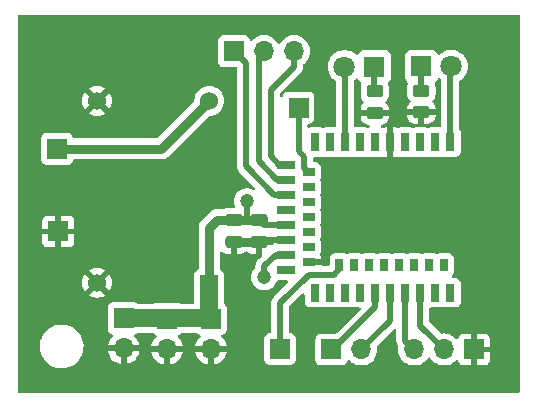
<source format=gbr>
%TF.GenerationSoftware,KiCad,Pcbnew,7.0.5-4d25ed1034~172~ubuntu23.04.1*%
%TF.CreationDate,2023-06-02T17:13:36+03:00*%
%TF.ProjectId,nrf52840_dev,6e726635-3238-4343-905f-6465762e6b69,rev?*%
%TF.SameCoordinates,Original*%
%TF.FileFunction,Copper,L1,Top*%
%TF.FilePolarity,Positive*%
%FSLAX46Y46*%
G04 Gerber Fmt 4.6, Leading zero omitted, Abs format (unit mm)*
G04 Created by KiCad (PCBNEW 7.0.5-4d25ed1034~172~ubuntu23.04.1) date 2023-06-02 17:13:36*
%MOMM*%
%LPD*%
G01*
G04 APERTURE LIST*
G04 Aperture macros list*
%AMRoundRect*
0 Rectangle with rounded corners*
0 $1 Rounding radius*
0 $2 $3 $4 $5 $6 $7 $8 $9 X,Y pos of 4 corners*
0 Add a 4 corners polygon primitive as box body*
4,1,4,$2,$3,$4,$5,$6,$7,$8,$9,$2,$3,0*
0 Add four circle primitives for the rounded corners*
1,1,$1+$1,$2,$3*
1,1,$1+$1,$4,$5*
1,1,$1+$1,$6,$7*
1,1,$1+$1,$8,$9*
0 Add four rect primitives between the rounded corners*
20,1,$1+$1,$2,$3,$4,$5,0*
20,1,$1+$1,$4,$5,$6,$7,0*
20,1,$1+$1,$6,$7,$8,$9,0*
20,1,$1+$1,$8,$9,$2,$3,0*%
G04 Aperture macros list end*
%TA.AperFunction,SMDPad,CuDef*%
%ADD10RoundRect,0.250000X-0.475000X0.250000X-0.475000X-0.250000X0.475000X-0.250000X0.475000X0.250000X0*%
%TD*%
%TA.AperFunction,SMDPad,CuDef*%
%ADD11RoundRect,0.250000X-0.450000X0.262500X-0.450000X-0.262500X0.450000X-0.262500X0.450000X0.262500X0*%
%TD*%
%TA.AperFunction,SMDPad,CuDef*%
%ADD12R,0.800000X1.500000*%
%TD*%
%TA.AperFunction,SMDPad,CuDef*%
%ADD13R,1.500000X0.800000*%
%TD*%
%TA.AperFunction,ComponentPad*%
%ADD14R,1.000000X0.650000*%
%TD*%
%TA.AperFunction,ComponentPad*%
%ADD15R,0.650000X1.000000*%
%TD*%
%TA.AperFunction,ComponentPad*%
%ADD16R,1.800000X1.800000*%
%TD*%
%TA.AperFunction,ComponentPad*%
%ADD17C,1.800000*%
%TD*%
%TA.AperFunction,ComponentPad*%
%ADD18R,1.700000X1.700000*%
%TD*%
%TA.AperFunction,ComponentPad*%
%ADD19O,1.700000X1.700000*%
%TD*%
%TA.AperFunction,ComponentPad*%
%ADD20R,1.524000X1.524000*%
%TD*%
%TA.AperFunction,ComponentPad*%
%ADD21C,1.524000*%
%TD*%
%TA.AperFunction,ViaPad*%
%ADD22C,1.200000*%
%TD*%
%TA.AperFunction,Conductor*%
%ADD23C,0.500000*%
%TD*%
%TA.AperFunction,Conductor*%
%ADD24C,1.500000*%
%TD*%
%TA.AperFunction,Conductor*%
%ADD25C,0.800000*%
%TD*%
G04 APERTURE END LIST*
D10*
%TO.P,C1,1*%
%TO.N,/3V3*%
X98670000Y-89850000D03*
%TO.P,C1,2*%
%TO.N,GND*%
X98670000Y-91750000D03*
%TD*%
D11*
%TO.P,R2,1*%
%TO.N,Net-(D2-K)*%
X112450000Y-78937500D03*
%TO.P,R2,2*%
%TO.N,GND*%
X112450000Y-80762500D03*
%TD*%
D12*
%TO.P,U1,1,P1.11*%
%TO.N,/LED2*%
X114905000Y-83301000D03*
%TO.P,U1,2,P1.10*%
%TO.N,unconnected-(U1-P1.10-Pad2)*%
X113635000Y-83301000D03*
%TO.P,U1,3,P0.03(AIN1)*%
%TO.N,unconnected-(U1-P0.03(AIN1)-Pad3)*%
X112365000Y-83301000D03*
%TO.P,U1,4,P0.28(AIN4)*%
%TO.N,unconnected-(U1-P0.28(AIN4)-Pad4)*%
X111095000Y-83301000D03*
%TO.P,U1,5,GND*%
%TO.N,GND*%
X109825000Y-83301000D03*
%TO.P,U1,6,P1.13*%
%TO.N,unconnected-(U1-P1.13-Pad6)*%
X108555000Y-83301000D03*
%TO.P,U1,7,P0.02(AIN0)*%
%TO.N,unconnected-(U1-P0.02(AIN0)-Pad7)*%
X107285000Y-83301000D03*
%TO.P,U1,8,P0.29(AIN5)*%
%TO.N,/LED1*%
X106015000Y-83301000D03*
%TO.P,U1,9,P0.31(AIN7)*%
%TO.N,unconnected-(U1-P0.31(AIN7)-Pad9)*%
X104745000Y-83301000D03*
%TO.P,U1,10,P0.30(AIN6)*%
%TO.N,unconnected-(U1-P0.30(AIN6)-Pad10)*%
X103475000Y-83301000D03*
D13*
%TO.P,U1,11,P0.00(XL1)*%
%TO.N,/MISO*%
X101006000Y-85200000D03*
D14*
%TO.P,U1,12,P0.26*%
%TO.N,/RX*%
X102967000Y-85837000D03*
D13*
%TO.P,U1,13,P0.01(XL2)*%
%TO.N,/MOSI*%
X101006000Y-86470000D03*
D14*
%TO.P,U1,14,P0.06*%
%TO.N,unconnected-(U1-P0.06-Pad14)*%
X102967000Y-87107000D03*
D13*
%TO.P,U1,15,P0.05(AIN3)*%
%TO.N,/SCK*%
X101006000Y-87740000D03*
D14*
%TO.P,U1,16,P0.08*%
%TO.N,unconnected-(U1-P0.08-Pad16)*%
X102967000Y-88377000D03*
D13*
%TO.P,U1,17,P1.09*%
%TO.N,unconnected-(U1-P1.09-Pad17)*%
X101006000Y-89010000D03*
D14*
%TO.P,U1,18,P0.04(AIN2)*%
%TO.N,unconnected-(U1-P0.04(AIN2)-Pad18)*%
X102967000Y-89647000D03*
D13*
%TO.P,U1,19,VDD*%
%TO.N,/3V3*%
X101006000Y-90280000D03*
D14*
%TO.P,U1,20,P0.12*%
%TO.N,unconnected-(U1-P0.12-Pad20)*%
X102967000Y-90917000D03*
D13*
%TO.P,U1,21,GND*%
%TO.N,GND*%
X101006000Y-91550000D03*
D14*
%TO.P,U1,22,P0.07*%
%TO.N,unconnected-(U1-P0.07-Pad22)*%
X102967000Y-92187000D03*
D13*
%TO.P,U1,23,VDDH*%
%TO.N,/3V3*%
X101006000Y-92820000D03*
D14*
%TO.P,U1,24,GND*%
%TO.N,GND*%
X102967000Y-93457000D03*
D13*
%TO.P,U1,25,DCCH*%
%TO.N,unconnected-(U1-DCCH-Pad25)*%
X101006000Y-94090000D03*
D12*
%TO.P,U1,26,P0.18(RST)*%
%TO.N,unconnected-(U1-P0.18(RST)-Pad26)*%
X103475000Y-96039000D03*
%TO.P,U1,27,VBUS*%
%TO.N,unconnected-(U1-VBUS-Pad27)*%
X104745000Y-96039000D03*
D15*
%TO.P,U1,28,P0.15*%
%TO.N,/TX*%
X105507000Y-93711000D03*
D12*
%TO.P,U1,29,USB_DN*%
%TO.N,unconnected-(U1-USB_DN-Pad29)*%
X106015000Y-96039000D03*
D15*
%TO.P,U1,30,P0.17*%
%TO.N,unconnected-(U1-P0.17-Pad30)*%
X106777000Y-93711000D03*
D12*
%TO.P,U1,31,USB_DP*%
%TO.N,unconnected-(U1-USB_DP-Pad31)*%
X107285000Y-96039000D03*
D15*
%TO.P,U1,32,P0.20*%
%TO.N,unconnected-(U1-P0.20-Pad32)*%
X108047000Y-93711000D03*
D12*
%TO.P,U1,33,P0.13*%
%TO.N,/CS*%
X108555000Y-96039000D03*
D15*
%TO.P,U1,34,P0.22*%
%TO.N,unconnected-(U1-P0.22-Pad34)*%
X109317000Y-93711000D03*
D12*
%TO.P,U1,35,P0.24*%
%TO.N,/IRQ*%
X109825000Y-96039000D03*
D15*
%TO.P,U1,36,P1.00*%
%TO.N,unconnected-(U1-P1.00-Pad36)*%
X110587000Y-93711000D03*
D12*
%TO.P,U1,37,SWDIO*%
%TO.N,/SWD_IO*%
X111095000Y-96039000D03*
D15*
%TO.P,U1,38,P1.02*%
%TO.N,unconnected-(U1-P1.02-Pad38)*%
X111857000Y-93711000D03*
D12*
%TO.P,U1,39,SWD_CLK*%
%TO.N,/SWD_CLK*%
X112365000Y-96039000D03*
D15*
%TO.P,U1,40,P1.04*%
%TO.N,unconnected-(U1-P1.04-Pad40)*%
X113127000Y-93711000D03*
D12*
%TO.P,U1,41,P0.09(NFC1)*%
%TO.N,unconnected-(U1-P0.09(NFC1)-Pad41)*%
X113635000Y-96039000D03*
D15*
%TO.P,U1,42,P1.06*%
%TO.N,unconnected-(U1-P1.06-Pad42)*%
X114397000Y-93711000D03*
D12*
%TO.P,U1,43,P0.10(NFC2)*%
%TO.N,unconnected-(U1-P0.10(NFC2)-Pad43)*%
X114905000Y-96039000D03*
%TD*%
D11*
%TO.P,R1,1*%
%TO.N,Net-(D1-K)*%
X108500000Y-78997500D03*
%TO.P,R1,2*%
%TO.N,GND*%
X108500000Y-80822500D03*
%TD*%
D10*
%TO.P,C2,1*%
%TO.N,/3V3*%
X96560000Y-89860000D03*
%TO.P,C2,2*%
%TO.N,GND*%
X96560000Y-91760000D03*
%TD*%
D16*
%TO.P,D1,1,K*%
%TO.N,Net-(D1-K)*%
X108480000Y-76900000D03*
D17*
%TO.P,D1,2,A*%
%TO.N,/LED1*%
X105940000Y-76900000D03*
%TD*%
D18*
%TO.P,J9,1,Pin_1*%
%TO.N,/TX*%
X100495000Y-100820000D03*
%TD*%
D16*
%TO.P,D2,1,K*%
%TO.N,Net-(D2-K)*%
X112455000Y-76890000D03*
D17*
%TO.P,D2,2,A*%
%TO.N,/LED2*%
X114995000Y-76890000D03*
%TD*%
D18*
%TO.P,J6,1,Pin_1*%
%TO.N,/CS*%
X104835000Y-100850000D03*
D19*
%TO.P,J6,2,Pin_2*%
%TO.N,/IRQ*%
X107375000Y-100850000D03*
%TD*%
D18*
%TO.P,J4,1,Pin_1*%
%TO.N,/12VIN*%
X81620000Y-83850000D03*
%TD*%
%TO.P,J1,1,Pin_1*%
%TO.N,GND*%
X116925000Y-100850000D03*
D19*
%TO.P,J1,2,Pin_2*%
%TO.N,/SWD_CLK*%
X114385000Y-100850000D03*
%TO.P,J1,3,Pin_3*%
%TO.N,/SWD_IO*%
X111845000Y-100850000D03*
%TD*%
D20*
%TO.P,DC1,1,Out+*%
%TO.N,/3V3*%
X94493500Y-95293500D03*
D21*
%TO.P,DC1,2,Out-*%
%TO.N,GND*%
X84993500Y-95193500D03*
%TO.P,DC1,3,In+*%
%TO.N,/12VIN*%
X94493500Y-79793500D03*
%TO.P,DC1,4,In-*%
%TO.N,GND*%
X84993500Y-79793500D03*
%TD*%
D18*
%TO.P,J8,1,Pin_1*%
%TO.N,/RX*%
X102050000Y-80370000D03*
%TD*%
%TO.P,J7,1,Pin_1*%
%TO.N,/3V3*%
X90930000Y-98240000D03*
D19*
%TO.P,J7,2,Pin_2*%
%TO.N,GND*%
X90930000Y-100780000D03*
%TD*%
D18*
%TO.P,J5,1,Pin_1*%
%TO.N,GND*%
X81710000Y-90860000D03*
%TD*%
%TO.P,J10,1,Pin_1*%
%TO.N,/3V3*%
X94640000Y-98250000D03*
D19*
%TO.P,J10,2,Pin_2*%
%TO.N,GND*%
X94640000Y-100790000D03*
%TD*%
D18*
%TO.P,J3,1,Pin_1*%
%TO.N,/3V3*%
X87240000Y-98215000D03*
D19*
%TO.P,J3,2,Pin_2*%
%TO.N,GND*%
X87240000Y-100755000D03*
%TD*%
D18*
%TO.P,J2,1,Pin_1*%
%TO.N,/SCK*%
X96590000Y-75600000D03*
D19*
%TO.P,J2,2,Pin_2*%
%TO.N,/MOSI*%
X99130000Y-75600000D03*
%TO.P,J2,3,Pin_3*%
%TO.N,/MISO*%
X101670000Y-75600000D03*
%TD*%
D22*
%TO.N,/3V3*%
X97670000Y-88300000D03*
X99150000Y-94740000D03*
%TD*%
D23*
%TO.N,GND*%
X102967000Y-93457000D02*
X104073000Y-93457000D01*
X104073000Y-93457000D02*
X104350000Y-93180000D01*
X109470000Y-85910000D02*
X109840000Y-85540000D01*
X104350000Y-93180000D02*
X104350000Y-91260000D01*
X104350000Y-91260000D02*
X109240000Y-86370000D01*
X109240000Y-85910000D02*
X109470000Y-85910000D01*
X109240000Y-86370000D02*
X109240000Y-85910000D01*
X109840000Y-85540000D02*
X109825000Y-85525000D01*
X109825000Y-85525000D02*
X109825000Y-83301000D01*
%TO.N,/SWD_CLK*%
X112365000Y-96039000D02*
X112365000Y-98830000D01*
X112365000Y-98830000D02*
X114385000Y-100850000D01*
%TO.N,/LED2*%
X114905000Y-83301000D02*
X114905000Y-76980000D01*
%TO.N,Net-(D2-K)*%
X112455000Y-76890000D02*
X112455000Y-78932500D01*
%TO.N,Net-(D1-K)*%
X108480000Y-76900000D02*
X108480000Y-78977500D01*
D24*
%TO.N,/3V3*%
X94493500Y-95293500D02*
X94493500Y-98103500D01*
X94493500Y-98103500D02*
X94640000Y-98250000D01*
X87240000Y-98215000D02*
X94605000Y-98215000D01*
D23*
%TO.N,/RX*%
X102050000Y-84070000D02*
X102050000Y-80370000D01*
X102857000Y-85837000D02*
X102510000Y-85490000D01*
X102510000Y-85490000D02*
X102510000Y-84530000D01*
X102510000Y-84530000D02*
X102050000Y-84070000D01*
%TO.N,/SCK*%
X101006000Y-87740000D02*
X100000000Y-87740000D01*
X100000000Y-87740000D02*
X97610000Y-85350000D01*
X97610000Y-85350000D02*
X97610000Y-76620000D01*
X97610000Y-76620000D02*
X96590000Y-75600000D01*
%TO.N,/MOSI*%
X101006000Y-86470000D02*
X100226000Y-86470000D01*
X100226000Y-86470000D02*
X98670000Y-84914000D01*
X98670000Y-84914000D02*
X98670000Y-76060000D01*
X98670000Y-76060000D02*
X99130000Y-75600000D01*
%TO.N,/MISO*%
X101006000Y-85200000D02*
X100430000Y-85200000D01*
X100430000Y-85200000D02*
X99710000Y-84480000D01*
X99710000Y-84480000D02*
X99710000Y-78870000D01*
X99710000Y-78870000D02*
X101670000Y-76910000D01*
X101670000Y-76910000D02*
X101670000Y-75600000D01*
%TO.N,/LED1*%
X106015000Y-83301000D02*
X106015000Y-76975000D01*
%TO.N,/TX*%
X105507000Y-93711000D02*
X105507000Y-94023000D01*
X102920000Y-94510000D02*
X100495000Y-96935000D01*
X105507000Y-94023000D02*
X105020000Y-94510000D01*
X105020000Y-94510000D02*
X102920000Y-94510000D01*
X100495000Y-96935000D02*
X100495000Y-100820000D01*
%TO.N,/CS*%
X108555000Y-96039000D02*
X108555000Y-97289000D01*
X108555000Y-97289000D02*
X104994000Y-100850000D01*
%TO.N,/IRQ*%
X109825000Y-96039000D02*
X109825000Y-98400000D01*
X109825000Y-98400000D02*
X107375000Y-100850000D01*
%TO.N,/SWD_IO*%
X111095000Y-96039000D02*
X111095000Y-100100000D01*
X111095000Y-100100000D02*
X111845000Y-100850000D01*
D25*
%TO.N,/12VIN*%
X81620000Y-83850000D02*
X90437000Y-83850000D01*
X90437000Y-83850000D02*
X94493500Y-79793500D01*
D23*
%TO.N,/3V3*%
X99150000Y-93790000D02*
X100120000Y-92820000D01*
X101006000Y-92820000D02*
X100120000Y-92820000D01*
X99150000Y-93790000D02*
X99150000Y-94740000D01*
D25*
X98670000Y-89850000D02*
X97670000Y-89850000D01*
X97670000Y-89850000D02*
X96570000Y-89850000D01*
D23*
X97670000Y-88300000D02*
X97670000Y-89850000D01*
%TO.N,GND*%
X101006000Y-91550000D02*
X98870000Y-91550000D01*
%TO.N,/3V3*%
X101006000Y-90280000D02*
X99100000Y-90280000D01*
X99100000Y-90280000D02*
X98670000Y-89850000D01*
D25*
%TO.N,GND*%
X96560000Y-91760000D02*
X98660000Y-91760000D01*
%TO.N,/3V3*%
X96550000Y-89850000D02*
X95190000Y-89850000D01*
X95190000Y-89850000D02*
X94493500Y-90546500D01*
X94493500Y-90546500D02*
X94493500Y-95293500D01*
%TD*%
%TA.AperFunction,Conductor*%
%TO.N,GND*%
G36*
X120722539Y-72510185D02*
G01*
X120768294Y-72562989D01*
X120779500Y-72614500D01*
X120779500Y-104375500D01*
X120759815Y-104442539D01*
X120707011Y-104488294D01*
X120655500Y-104499500D01*
X78384500Y-104499500D01*
X78317461Y-104479815D01*
X78271706Y-104427011D01*
X78260500Y-104375500D01*
X78260500Y-100657763D01*
X80145787Y-100657763D01*
X80175413Y-100927013D01*
X80175415Y-100927024D01*
X80243926Y-101189082D01*
X80243928Y-101189088D01*
X80349870Y-101438390D01*
X80485777Y-101661082D01*
X80490979Y-101669605D01*
X80490986Y-101669615D01*
X80664253Y-101877819D01*
X80664259Y-101877824D01*
X80735988Y-101942093D01*
X80865998Y-102058582D01*
X81091910Y-102208044D01*
X81337176Y-102323020D01*
X81337183Y-102323022D01*
X81337185Y-102323023D01*
X81596557Y-102401057D01*
X81596564Y-102401058D01*
X81596569Y-102401060D01*
X81864561Y-102440500D01*
X81864566Y-102440500D01*
X82067629Y-102440500D01*
X82067631Y-102440500D01*
X82067636Y-102440499D01*
X82067648Y-102440499D01*
X82105191Y-102437750D01*
X82270156Y-102425677D01*
X82382758Y-102400593D01*
X82534546Y-102366782D01*
X82534548Y-102366781D01*
X82534553Y-102366780D01*
X82787558Y-102270014D01*
X83023777Y-102137441D01*
X83238177Y-101971888D01*
X83426186Y-101776881D01*
X83583799Y-101556579D01*
X83657787Y-101412669D01*
X83707649Y-101315690D01*
X83707651Y-101315684D01*
X83707656Y-101315675D01*
X83795118Y-101059305D01*
X83844319Y-100792933D01*
X83854212Y-100522235D01*
X83824586Y-100252982D01*
X83756072Y-99990912D01*
X83650130Y-99741610D01*
X83509018Y-99510390D01*
X83474989Y-99469500D01*
X83335746Y-99302180D01*
X83335740Y-99302175D01*
X83134002Y-99121418D01*
X83121082Y-99112870D01*
X85889500Y-99112870D01*
X85889501Y-99112876D01*
X85895908Y-99172483D01*
X85946202Y-99307328D01*
X85946206Y-99307335D01*
X86032452Y-99422544D01*
X86032455Y-99422547D01*
X86147664Y-99508793D01*
X86147671Y-99508797D01*
X86209902Y-99532007D01*
X86279598Y-99558002D01*
X86335531Y-99599873D01*
X86359949Y-99665337D01*
X86345098Y-99733610D01*
X86323947Y-99761865D01*
X86201886Y-99883926D01*
X86066400Y-100077420D01*
X86066399Y-100077422D01*
X85966570Y-100291507D01*
X85966567Y-100291513D01*
X85909364Y-100504999D01*
X85909364Y-100505000D01*
X86806314Y-100505000D01*
X86780507Y-100545156D01*
X86740000Y-100683111D01*
X86740000Y-100826889D01*
X86780507Y-100964844D01*
X86806314Y-101005000D01*
X85909364Y-101005000D01*
X85966567Y-101218486D01*
X85966570Y-101218492D01*
X86066399Y-101432578D01*
X86201894Y-101626082D01*
X86368917Y-101793105D01*
X86562421Y-101928600D01*
X86776507Y-102028429D01*
X86776516Y-102028433D01*
X86990000Y-102085634D01*
X86990000Y-101190501D01*
X87097685Y-101239680D01*
X87204237Y-101255000D01*
X87275763Y-101255000D01*
X87382315Y-101239680D01*
X87490000Y-101190501D01*
X87490000Y-102085633D01*
X87703483Y-102028433D01*
X87703492Y-102028429D01*
X87917578Y-101928600D01*
X88111082Y-101793105D01*
X88278105Y-101626082D01*
X88413600Y-101432578D01*
X88513429Y-101218492D01*
X88513432Y-101218486D01*
X88570636Y-101005000D01*
X87673686Y-101005000D01*
X87699493Y-100964844D01*
X87740000Y-100826889D01*
X87740000Y-100683111D01*
X87699493Y-100545156D01*
X87673686Y-100505000D01*
X88570636Y-100505000D01*
X88570635Y-100504999D01*
X88513432Y-100291513D01*
X88513429Y-100291507D01*
X88413600Y-100077422D01*
X88413599Y-100077420D01*
X88278113Y-99883926D01*
X88278108Y-99883920D01*
X88156053Y-99761865D01*
X88122568Y-99700542D01*
X88127552Y-99630850D01*
X88169424Y-99574917D01*
X88200400Y-99558002D01*
X88294176Y-99523027D01*
X88332326Y-99508798D01*
X88332326Y-99508797D01*
X88332331Y-99508796D01*
X88357127Y-99490233D01*
X88422592Y-99465816D01*
X88431439Y-99465500D01*
X89705165Y-99465500D01*
X89772204Y-99485185D01*
X89779476Y-99490233D01*
X89788835Y-99497239D01*
X89827527Y-99526204D01*
X89837668Y-99533795D01*
X89837671Y-99533797D01*
X89897743Y-99556202D01*
X89969598Y-99583002D01*
X90025531Y-99624873D01*
X90049949Y-99690337D01*
X90035098Y-99758610D01*
X90013947Y-99786865D01*
X89891886Y-99908926D01*
X89756400Y-100102420D01*
X89756399Y-100102422D01*
X89656570Y-100316507D01*
X89656567Y-100316513D01*
X89599364Y-100529999D01*
X89599364Y-100530000D01*
X90496314Y-100530000D01*
X90470507Y-100570156D01*
X90430000Y-100708111D01*
X90430000Y-100851889D01*
X90470507Y-100989844D01*
X90496314Y-101030000D01*
X89599364Y-101030000D01*
X89656567Y-101243486D01*
X89656570Y-101243492D01*
X89756399Y-101457578D01*
X89891894Y-101651082D01*
X90058917Y-101818105D01*
X90252421Y-101953600D01*
X90466507Y-102053429D01*
X90466516Y-102053433D01*
X90680000Y-102110634D01*
X90680000Y-101215501D01*
X90787685Y-101264680D01*
X90894237Y-101280000D01*
X90965763Y-101280000D01*
X91072315Y-101264680D01*
X91180000Y-101215501D01*
X91180000Y-102110633D01*
X91393483Y-102053433D01*
X91393492Y-102053429D01*
X91607578Y-101953600D01*
X91801082Y-101818105D01*
X91968105Y-101651082D01*
X92103600Y-101457578D01*
X92203429Y-101243492D01*
X92203432Y-101243486D01*
X92260636Y-101030000D01*
X91363686Y-101030000D01*
X91389493Y-100989844D01*
X91430000Y-100851889D01*
X91430000Y-100708111D01*
X91389493Y-100570156D01*
X91363686Y-100530000D01*
X92260636Y-100530000D01*
X92260635Y-100529999D01*
X92203432Y-100316513D01*
X92203429Y-100316507D01*
X92103600Y-100102422D01*
X92103599Y-100102420D01*
X91968113Y-99908926D01*
X91968108Y-99908920D01*
X91846053Y-99786865D01*
X91812568Y-99725542D01*
X91817552Y-99655850D01*
X91859424Y-99599917D01*
X91890400Y-99583002D01*
X92022331Y-99533796D01*
X92080523Y-99490233D01*
X92145989Y-99465816D01*
X92154835Y-99465500D01*
X93401807Y-99465500D01*
X93468846Y-99485185D01*
X93476118Y-99490233D01*
X93547669Y-99543796D01*
X93547670Y-99543796D01*
X93547671Y-99543797D01*
X93585757Y-99558002D01*
X93679598Y-99593002D01*
X93735531Y-99634873D01*
X93759949Y-99700337D01*
X93745098Y-99768610D01*
X93723947Y-99796865D01*
X93601886Y-99918926D01*
X93466400Y-100112420D01*
X93466399Y-100112422D01*
X93366570Y-100326507D01*
X93366567Y-100326513D01*
X93309364Y-100539999D01*
X93309364Y-100540000D01*
X94206314Y-100540000D01*
X94180507Y-100580156D01*
X94140000Y-100718111D01*
X94140000Y-100861889D01*
X94180507Y-100999844D01*
X94206314Y-101040000D01*
X93309364Y-101040000D01*
X93366567Y-101253486D01*
X93366570Y-101253492D01*
X93466399Y-101467578D01*
X93601894Y-101661082D01*
X93768917Y-101828105D01*
X93962421Y-101963600D01*
X94176507Y-102063429D01*
X94176516Y-102063433D01*
X94390000Y-102120634D01*
X94390000Y-101225501D01*
X94497685Y-101274680D01*
X94604237Y-101290000D01*
X94675763Y-101290000D01*
X94782315Y-101274680D01*
X94889999Y-101225501D01*
X94889999Y-102120633D01*
X95103483Y-102063433D01*
X95103492Y-102063429D01*
X95317578Y-101963600D01*
X95511082Y-101828105D01*
X95678105Y-101661082D01*
X95813600Y-101467578D01*
X95913429Y-101253492D01*
X95913432Y-101253486D01*
X95970636Y-101040000D01*
X95073686Y-101040000D01*
X95099493Y-100999844D01*
X95140000Y-100861889D01*
X95140000Y-100718111D01*
X95099493Y-100580156D01*
X95073686Y-100540000D01*
X95970636Y-100540000D01*
X95970635Y-100539999D01*
X95913432Y-100326513D01*
X95913429Y-100326507D01*
X95813600Y-100112422D01*
X95813599Y-100112420D01*
X95678113Y-99918926D01*
X95678108Y-99918920D01*
X95556053Y-99796865D01*
X95522568Y-99735542D01*
X95527552Y-99665850D01*
X95569424Y-99609917D01*
X95600400Y-99593002D01*
X95732331Y-99543796D01*
X95847546Y-99457546D01*
X95933796Y-99342331D01*
X95984091Y-99207483D01*
X95990500Y-99147873D01*
X95990499Y-97352128D01*
X95984091Y-97292517D01*
X95982965Y-97289499D01*
X95933797Y-97157671D01*
X95933793Y-97157664D01*
X95847548Y-97042457D01*
X95847546Y-97042454D01*
X95847544Y-97042452D01*
X95847542Y-97042450D01*
X95793688Y-97002135D01*
X95751818Y-96946201D01*
X95744000Y-96902869D01*
X95744000Y-96607110D01*
X95744000Y-96200338D01*
X95749323Y-96170889D01*
X95747807Y-96170531D01*
X95749588Y-96162989D01*
X95749591Y-96162983D01*
X95756000Y-96103373D01*
X95755999Y-94483628D01*
X95749591Y-94424017D01*
X95718534Y-94340750D01*
X95699297Y-94289171D01*
X95699293Y-94289164D01*
X95613047Y-94173955D01*
X95613044Y-94173952D01*
X95497834Y-94087705D01*
X95497833Y-94087704D01*
X95474664Y-94079063D01*
X95418731Y-94037191D01*
X95394315Y-93971727D01*
X95393999Y-93962909D01*
X95393999Y-92679020D01*
X95413684Y-92611983D01*
X95466488Y-92566228D01*
X95535646Y-92556284D01*
X95599202Y-92585309D01*
X95605680Y-92591341D01*
X95616654Y-92602315D01*
X95765875Y-92694356D01*
X95765880Y-92694358D01*
X95932302Y-92749505D01*
X95932309Y-92749506D01*
X96035019Y-92759999D01*
X96309999Y-92759999D01*
X96810000Y-92759999D01*
X97084972Y-92759999D01*
X97084986Y-92759998D01*
X97187697Y-92749505D01*
X97354119Y-92694358D01*
X97354124Y-92694356D01*
X97503342Y-92602317D01*
X97532317Y-92573342D01*
X97593640Y-92539856D01*
X97663332Y-92544840D01*
X97707683Y-92573343D01*
X97726655Y-92592316D01*
X97875875Y-92684356D01*
X97875880Y-92684358D01*
X98042302Y-92739505D01*
X98042309Y-92739506D01*
X98145019Y-92749999D01*
X98419999Y-92749999D01*
X98420000Y-92749998D01*
X98420000Y-92000000D01*
X97803120Y-92000000D01*
X97789996Y-92007166D01*
X97763638Y-92010000D01*
X96810000Y-92010000D01*
X96810000Y-92759999D01*
X96309999Y-92759999D01*
X96310000Y-92759998D01*
X96310000Y-91634000D01*
X96329685Y-91566961D01*
X96382489Y-91521206D01*
X96434000Y-91510000D01*
X97426880Y-91510000D01*
X97440004Y-91502834D01*
X97466362Y-91500000D01*
X99716000Y-91500000D01*
X99716000Y-91424000D01*
X99735685Y-91356961D01*
X99788489Y-91311206D01*
X99840000Y-91300000D01*
X101132000Y-91300000D01*
X101199039Y-91319685D01*
X101244794Y-91372489D01*
X101256000Y-91424000D01*
X101256000Y-91676000D01*
X101236315Y-91743039D01*
X101183511Y-91788794D01*
X101132000Y-91800000D01*
X99935000Y-91800000D01*
X99935000Y-91876000D01*
X99915315Y-91943039D01*
X99862511Y-91988794D01*
X99811000Y-92000000D01*
X98920000Y-92000000D01*
X98920000Y-92749999D01*
X98936634Y-92766633D01*
X98970119Y-92827956D01*
X98965135Y-92897648D01*
X98936634Y-92941995D01*
X98664358Y-93214272D01*
X98650729Y-93226051D01*
X98631468Y-93240390D01*
X98597898Y-93280397D01*
X98594253Y-93284376D01*
X98588407Y-93290223D01*
X98568618Y-93315251D01*
X98567481Y-93316647D01*
X98518694Y-93374790D01*
X98514729Y-93380819D01*
X98514682Y-93380788D01*
X98510630Y-93387147D01*
X98510679Y-93387177D01*
X98506889Y-93393321D01*
X98474812Y-93462110D01*
X98474027Y-93463731D01*
X98439957Y-93531572D01*
X98437488Y-93538357D01*
X98437432Y-93538336D01*
X98434960Y-93545450D01*
X98435015Y-93545469D01*
X98432743Y-93552325D01*
X98417391Y-93626670D01*
X98417001Y-93628428D01*
X98399499Y-93702279D01*
X98398661Y-93709454D01*
X98398601Y-93709447D01*
X98397835Y-93716945D01*
X98397895Y-93716951D01*
X98397265Y-93724140D01*
X98399474Y-93800030D01*
X98399500Y-93801833D01*
X98399500Y-93880261D01*
X98379815Y-93947300D01*
X98359040Y-93971897D01*
X98333235Y-93995421D01*
X98210327Y-94158178D01*
X98119422Y-94340739D01*
X98119417Y-94340752D01*
X98063602Y-94536917D01*
X98044785Y-94739999D01*
X98044785Y-94740000D01*
X98063602Y-94943082D01*
X98119417Y-95139247D01*
X98119422Y-95139260D01*
X98210327Y-95321821D01*
X98333237Y-95484581D01*
X98483958Y-95621980D01*
X98483960Y-95621982D01*
X98491716Y-95626784D01*
X98657363Y-95729348D01*
X98847544Y-95803024D01*
X99048024Y-95840500D01*
X99048026Y-95840500D01*
X99251974Y-95840500D01*
X99251976Y-95840500D01*
X99452456Y-95803024D01*
X99642637Y-95729348D01*
X99816041Y-95621981D01*
X99966764Y-95484579D01*
X100089673Y-95321821D01*
X100180582Y-95139250D01*
X100180583Y-95139243D01*
X100180586Y-95139238D01*
X100197280Y-95080565D01*
X100234559Y-95021472D01*
X100297868Y-94991914D01*
X100316546Y-94990499D01*
X101078771Y-94990499D01*
X101145810Y-95010184D01*
X101191565Y-95062988D01*
X101201509Y-95132146D01*
X101172484Y-95195702D01*
X101166452Y-95202180D01*
X100009358Y-96359272D01*
X99995729Y-96371051D01*
X99976468Y-96385390D01*
X99942898Y-96425397D01*
X99939253Y-96429376D01*
X99933407Y-96435223D01*
X99913618Y-96460251D01*
X99912481Y-96461647D01*
X99863694Y-96519790D01*
X99859729Y-96525819D01*
X99859682Y-96525788D01*
X99855630Y-96532147D01*
X99855679Y-96532177D01*
X99851889Y-96538321D01*
X99819812Y-96607110D01*
X99819027Y-96608731D01*
X99784957Y-96676572D01*
X99782488Y-96683357D01*
X99782432Y-96683336D01*
X99779960Y-96690450D01*
X99780015Y-96690469D01*
X99777743Y-96697325D01*
X99762391Y-96771670D01*
X99762001Y-96773428D01*
X99744499Y-96847279D01*
X99743661Y-96854454D01*
X99743601Y-96854447D01*
X99742835Y-96861945D01*
X99742895Y-96861951D01*
X99742265Y-96869140D01*
X99744474Y-96945030D01*
X99744500Y-96946833D01*
X99744499Y-99345500D01*
X99724814Y-99412540D01*
X99672010Y-99458294D01*
X99620504Y-99469500D01*
X99597132Y-99469500D01*
X99597123Y-99469501D01*
X99537516Y-99475908D01*
X99402671Y-99526202D01*
X99402664Y-99526206D01*
X99287455Y-99612452D01*
X99287452Y-99612455D01*
X99201206Y-99727664D01*
X99201202Y-99727671D01*
X99150908Y-99862517D01*
X99145920Y-99908920D01*
X99144501Y-99922123D01*
X99144500Y-99922135D01*
X99144500Y-101717870D01*
X99144501Y-101717876D01*
X99150908Y-101777483D01*
X99201202Y-101912328D01*
X99201206Y-101912335D01*
X99287452Y-102027544D01*
X99287455Y-102027547D01*
X99402664Y-102113793D01*
X99402671Y-102113797D01*
X99537517Y-102164091D01*
X99537516Y-102164091D01*
X99544444Y-102164835D01*
X99597127Y-102170500D01*
X101392872Y-102170499D01*
X101452483Y-102164091D01*
X101587331Y-102113796D01*
X101702546Y-102027546D01*
X101788796Y-101912331D01*
X101839091Y-101777483D01*
X101845500Y-101717873D01*
X101845499Y-99922128D01*
X101839091Y-99862517D01*
X101820063Y-99811501D01*
X101788797Y-99727671D01*
X101788793Y-99727664D01*
X101702547Y-99612455D01*
X101702544Y-99612452D01*
X101587335Y-99526206D01*
X101587328Y-99526202D01*
X101452482Y-99475908D01*
X101452483Y-99475908D01*
X101392883Y-99469501D01*
X101392881Y-99469500D01*
X101392873Y-99469500D01*
X101392865Y-99469500D01*
X101369500Y-99469500D01*
X101302461Y-99449815D01*
X101256706Y-99397011D01*
X101245500Y-99345500D01*
X101245500Y-98467769D01*
X101245500Y-97297225D01*
X101265184Y-97230190D01*
X101281809Y-97209558D01*
X102362821Y-96128545D01*
X102424142Y-96095062D01*
X102493834Y-96100046D01*
X102549767Y-96141918D01*
X102574184Y-96207382D01*
X102574500Y-96216228D01*
X102574500Y-96836870D01*
X102574501Y-96836876D01*
X102580908Y-96896483D01*
X102631202Y-97031328D01*
X102631206Y-97031335D01*
X102717452Y-97146544D01*
X102717455Y-97146547D01*
X102832664Y-97232793D01*
X102832671Y-97232797D01*
X102967517Y-97283091D01*
X102967516Y-97283091D01*
X102974444Y-97283835D01*
X103027127Y-97289500D01*
X103922872Y-97289499D01*
X103982483Y-97283091D01*
X104066668Y-97251691D01*
X104136356Y-97246708D01*
X104153329Y-97251691D01*
X104237517Y-97283091D01*
X104297127Y-97289500D01*
X105192872Y-97289499D01*
X105252483Y-97283091D01*
X105336668Y-97251691D01*
X105406356Y-97246708D01*
X105423329Y-97251691D01*
X105507517Y-97283091D01*
X105567127Y-97289500D01*
X106462872Y-97289499D01*
X106522483Y-97283091D01*
X106606668Y-97251691D01*
X106676356Y-97246708D01*
X106693329Y-97251691D01*
X106777517Y-97283091D01*
X106837127Y-97289500D01*
X107193771Y-97289499D01*
X107260809Y-97309183D01*
X107306564Y-97361987D01*
X107316508Y-97431146D01*
X107287483Y-97494701D01*
X107281451Y-97501180D01*
X105319449Y-99463181D01*
X105258126Y-99496666D01*
X105231768Y-99499500D01*
X103937129Y-99499500D01*
X103937123Y-99499501D01*
X103877516Y-99505908D01*
X103742671Y-99556202D01*
X103742664Y-99556206D01*
X103627455Y-99642452D01*
X103627452Y-99642455D01*
X103541206Y-99757664D01*
X103541202Y-99757671D01*
X103490908Y-99892517D01*
X103484501Y-99952116D01*
X103484500Y-99952135D01*
X103484500Y-101747870D01*
X103484501Y-101747876D01*
X103490908Y-101807483D01*
X103541202Y-101942328D01*
X103541206Y-101942335D01*
X103627452Y-102057544D01*
X103627455Y-102057547D01*
X103742664Y-102143793D01*
X103742671Y-102143797D01*
X103877517Y-102194091D01*
X103877516Y-102194091D01*
X103884444Y-102194835D01*
X103937127Y-102200500D01*
X105732872Y-102200499D01*
X105792483Y-102194091D01*
X105927331Y-102143796D01*
X106042546Y-102057546D01*
X106128796Y-101942331D01*
X106177810Y-101810916D01*
X106219681Y-101754984D01*
X106285145Y-101730566D01*
X106353418Y-101745417D01*
X106381673Y-101766569D01*
X106503599Y-101888495D01*
X106600384Y-101956264D01*
X106697165Y-102024032D01*
X106697167Y-102024033D01*
X106697170Y-102024035D01*
X106911337Y-102123903D01*
X107139592Y-102185063D01*
X107316034Y-102200500D01*
X107374999Y-102205659D01*
X107375000Y-102205659D01*
X107375001Y-102205659D01*
X107433966Y-102200500D01*
X107610408Y-102185063D01*
X107838663Y-102123903D01*
X108052830Y-102024035D01*
X108246401Y-101888495D01*
X108413495Y-101721401D01*
X108549035Y-101527830D01*
X108648903Y-101313663D01*
X108710063Y-101085408D01*
X108730659Y-100850000D01*
X108712022Y-100636985D01*
X108725788Y-100568486D01*
X108747866Y-100538500D01*
X110132819Y-99153546D01*
X110194142Y-99120062D01*
X110263834Y-99125046D01*
X110319767Y-99166918D01*
X110344184Y-99232382D01*
X110344500Y-99241228D01*
X110344500Y-100036294D01*
X110343191Y-100054263D01*
X110339710Y-100078026D01*
X110344263Y-100130063D01*
X110344499Y-100135462D01*
X110344499Y-100143704D01*
X110348202Y-100175391D01*
X110348386Y-100177184D01*
X110355000Y-100252792D01*
X110356461Y-100259867D01*
X110356403Y-100259878D01*
X110358034Y-100267237D01*
X110358092Y-100267224D01*
X110359757Y-100274249D01*
X110359758Y-100274254D01*
X110359759Y-100274255D01*
X110380065Y-100330048D01*
X110385708Y-100345551D01*
X110386299Y-100347253D01*
X110410182Y-100419326D01*
X110413236Y-100425874D01*
X110413182Y-100425898D01*
X110416470Y-100432688D01*
X110416521Y-100432663D01*
X110419761Y-100439113D01*
X110419762Y-100439114D01*
X110419763Y-100439117D01*
X110461494Y-100502567D01*
X110462443Y-100504058D01*
X110483685Y-100538497D01*
X110490936Y-100550251D01*
X110509376Y-100617644D01*
X110508925Y-100626155D01*
X110489341Y-100849998D01*
X110489341Y-100850000D01*
X110509936Y-101085403D01*
X110509938Y-101085413D01*
X110571094Y-101313655D01*
X110571096Y-101313659D01*
X110571097Y-101313663D01*
X110638206Y-101457578D01*
X110670965Y-101527830D01*
X110670967Y-101527834D01*
X110770244Y-101669615D01*
X110806505Y-101721401D01*
X110973599Y-101888495D01*
X111070384Y-101956264D01*
X111167165Y-102024032D01*
X111167167Y-102024033D01*
X111167170Y-102024035D01*
X111381337Y-102123903D01*
X111609592Y-102185063D01*
X111786034Y-102200500D01*
X111844999Y-102205659D01*
X111845000Y-102205659D01*
X111845001Y-102205659D01*
X111903966Y-102200500D01*
X112080408Y-102185063D01*
X112308663Y-102123903D01*
X112522830Y-102024035D01*
X112716401Y-101888495D01*
X112883495Y-101721401D01*
X113013424Y-101535842D01*
X113068002Y-101492217D01*
X113137500Y-101485023D01*
X113199855Y-101516546D01*
X113216575Y-101535842D01*
X113346500Y-101721395D01*
X113346505Y-101721401D01*
X113513599Y-101888495D01*
X113610384Y-101956264D01*
X113707165Y-102024032D01*
X113707167Y-102024033D01*
X113707170Y-102024035D01*
X113921337Y-102123903D01*
X114149592Y-102185063D01*
X114326034Y-102200500D01*
X114384999Y-102205659D01*
X114385000Y-102205659D01*
X114385001Y-102205659D01*
X114443966Y-102200500D01*
X114620408Y-102185063D01*
X114848663Y-102123903D01*
X115062830Y-102024035D01*
X115256401Y-101888495D01*
X115378717Y-101766178D01*
X115440036Y-101732696D01*
X115509728Y-101737680D01*
X115565662Y-101779551D01*
X115582577Y-101810528D01*
X115631646Y-101942088D01*
X115631649Y-101942093D01*
X115717809Y-102057187D01*
X115717812Y-102057190D01*
X115832906Y-102143350D01*
X115832913Y-102143354D01*
X115967620Y-102193596D01*
X115967627Y-102193598D01*
X116027155Y-102199999D01*
X116027172Y-102200000D01*
X116675000Y-102200000D01*
X116675000Y-101285501D01*
X116782685Y-101334680D01*
X116889237Y-101350000D01*
X116960763Y-101350000D01*
X117067315Y-101334680D01*
X117174999Y-101285501D01*
X117174999Y-102200000D01*
X117822828Y-102200000D01*
X117822844Y-102199999D01*
X117882372Y-102193598D01*
X117882379Y-102193596D01*
X118017086Y-102143354D01*
X118017093Y-102143350D01*
X118132187Y-102057190D01*
X118132190Y-102057187D01*
X118218350Y-101942093D01*
X118218354Y-101942086D01*
X118268596Y-101807379D01*
X118268598Y-101807372D01*
X118274999Y-101747844D01*
X118275000Y-101747827D01*
X118275000Y-101100000D01*
X117358686Y-101100000D01*
X117384493Y-101059844D01*
X117425000Y-100921889D01*
X117425000Y-100778111D01*
X117384493Y-100640156D01*
X117358686Y-100600000D01*
X118275000Y-100600000D01*
X118275000Y-99952172D01*
X118274999Y-99952155D01*
X118268598Y-99892627D01*
X118268596Y-99892620D01*
X118218354Y-99757913D01*
X118218350Y-99757906D01*
X118132190Y-99642812D01*
X118132187Y-99642809D01*
X118017093Y-99556649D01*
X118017086Y-99556645D01*
X117882379Y-99506403D01*
X117882372Y-99506401D01*
X117822844Y-99500000D01*
X117175000Y-99500000D01*
X117174999Y-100414498D01*
X117067315Y-100365320D01*
X116960763Y-100350000D01*
X116889237Y-100350000D01*
X116782685Y-100365320D01*
X116675000Y-100414498D01*
X116675000Y-99500000D01*
X116027155Y-99500000D01*
X115967627Y-99506401D01*
X115967620Y-99506403D01*
X115832913Y-99556645D01*
X115832906Y-99556649D01*
X115717812Y-99642809D01*
X115717809Y-99642812D01*
X115631649Y-99757906D01*
X115631645Y-99757913D01*
X115582578Y-99889470D01*
X115540707Y-99945404D01*
X115475242Y-99969821D01*
X115406969Y-99954969D01*
X115378715Y-99933819D01*
X115328816Y-99883920D01*
X115256401Y-99811505D01*
X115256397Y-99811502D01*
X115256396Y-99811501D01*
X115062834Y-99675967D01*
X115062830Y-99675965D01*
X114991727Y-99642809D01*
X114848663Y-99576097D01*
X114848659Y-99576096D01*
X114848655Y-99576094D01*
X114620413Y-99514938D01*
X114620403Y-99514936D01*
X114385001Y-99494341D01*
X114384998Y-99494341D01*
X114171985Y-99512977D01*
X114103485Y-99499210D01*
X114073497Y-99477130D01*
X113151818Y-98555450D01*
X113118333Y-98494127D01*
X113115499Y-98467777D01*
X113115499Y-97413498D01*
X113135184Y-97346460D01*
X113187988Y-97300705D01*
X113239494Y-97289499D01*
X114082872Y-97289499D01*
X114142483Y-97283091D01*
X114226668Y-97251691D01*
X114296356Y-97246708D01*
X114313329Y-97251691D01*
X114397517Y-97283091D01*
X114457127Y-97289500D01*
X115352872Y-97289499D01*
X115412483Y-97283091D01*
X115547331Y-97232796D01*
X115662546Y-97146546D01*
X115748796Y-97031331D01*
X115799091Y-96896483D01*
X115805500Y-96836873D01*
X115805499Y-95241128D01*
X115799091Y-95181517D01*
X115791663Y-95161602D01*
X115748797Y-95046671D01*
X115748793Y-95046664D01*
X115662547Y-94931455D01*
X115662544Y-94931452D01*
X115547335Y-94845206D01*
X115547328Y-94845202D01*
X115412482Y-94794908D01*
X115412483Y-94794908D01*
X115352883Y-94788501D01*
X115352881Y-94788500D01*
X115352873Y-94788500D01*
X115352865Y-94788500D01*
X115158281Y-94788500D01*
X115091242Y-94768815D01*
X115045487Y-94716011D01*
X115035543Y-94646853D01*
X115064568Y-94583297D01*
X115073468Y-94575010D01*
X115073275Y-94574817D01*
X115079542Y-94568548D01*
X115079546Y-94568546D01*
X115165796Y-94453331D01*
X115216091Y-94318483D01*
X115222500Y-94258873D01*
X115222499Y-93163128D01*
X115216091Y-93103517D01*
X115208869Y-93084155D01*
X115165797Y-92968671D01*
X115165793Y-92968664D01*
X115079547Y-92853455D01*
X115079544Y-92853452D01*
X114964335Y-92767206D01*
X114964328Y-92767202D01*
X114829486Y-92716910D01*
X114829485Y-92716909D01*
X114829483Y-92716909D01*
X114769873Y-92710500D01*
X114769863Y-92710500D01*
X114024129Y-92710500D01*
X114024123Y-92710501D01*
X113964516Y-92716908D01*
X113829671Y-92767202D01*
X113821890Y-92771452D01*
X113820154Y-92768274D01*
X113770742Y-92786656D01*
X113702481Y-92771747D01*
X113701528Y-92771134D01*
X113694329Y-92767202D01*
X113559486Y-92716910D01*
X113559485Y-92716909D01*
X113559483Y-92716909D01*
X113499873Y-92710500D01*
X113499863Y-92710500D01*
X112754129Y-92710500D01*
X112754123Y-92710501D01*
X112694516Y-92716908D01*
X112559671Y-92767202D01*
X112551886Y-92771454D01*
X112550153Y-92768280D01*
X112500698Y-92786659D01*
X112432443Y-92771725D01*
X112431497Y-92771117D01*
X112424328Y-92767202D01*
X112289486Y-92716910D01*
X112289485Y-92716909D01*
X112289483Y-92716909D01*
X112229873Y-92710500D01*
X112229863Y-92710500D01*
X111484129Y-92710500D01*
X111484123Y-92710501D01*
X111424516Y-92716908D01*
X111289671Y-92767202D01*
X111281886Y-92771454D01*
X111280153Y-92768280D01*
X111230698Y-92786659D01*
X111162443Y-92771725D01*
X111161497Y-92771117D01*
X111154328Y-92767202D01*
X111019486Y-92716910D01*
X111019485Y-92716909D01*
X111019483Y-92716909D01*
X110959873Y-92710500D01*
X110959863Y-92710500D01*
X110214129Y-92710500D01*
X110214123Y-92710501D01*
X110154516Y-92716908D01*
X110019671Y-92767202D01*
X110011890Y-92771452D01*
X110010154Y-92768274D01*
X109960742Y-92786656D01*
X109892481Y-92771747D01*
X109891528Y-92771134D01*
X109884329Y-92767202D01*
X109749486Y-92716910D01*
X109749485Y-92716909D01*
X109749483Y-92716909D01*
X109689873Y-92710500D01*
X109689863Y-92710500D01*
X108944129Y-92710500D01*
X108944123Y-92710501D01*
X108884516Y-92716908D01*
X108749671Y-92767202D01*
X108741890Y-92771452D01*
X108740154Y-92768274D01*
X108690742Y-92786656D01*
X108622481Y-92771747D01*
X108621528Y-92771134D01*
X108614329Y-92767202D01*
X108479486Y-92716910D01*
X108479485Y-92716909D01*
X108479483Y-92716909D01*
X108419873Y-92710500D01*
X108419863Y-92710500D01*
X107674129Y-92710500D01*
X107674123Y-92710501D01*
X107614516Y-92716908D01*
X107479671Y-92767202D01*
X107471886Y-92771454D01*
X107470153Y-92768280D01*
X107420698Y-92786659D01*
X107352443Y-92771725D01*
X107351497Y-92771117D01*
X107344328Y-92767202D01*
X107209486Y-92716910D01*
X107209485Y-92716909D01*
X107209483Y-92716909D01*
X107149873Y-92710500D01*
X107149863Y-92710500D01*
X106404129Y-92710500D01*
X106404123Y-92710501D01*
X106344516Y-92716908D01*
X106209671Y-92767202D01*
X106201886Y-92771454D01*
X106200153Y-92768280D01*
X106150698Y-92786659D01*
X106082443Y-92771725D01*
X106081497Y-92771117D01*
X106074328Y-92767202D01*
X105939486Y-92716910D01*
X105939485Y-92716909D01*
X105939483Y-92716909D01*
X105879873Y-92710500D01*
X105879863Y-92710500D01*
X105134129Y-92710500D01*
X105134123Y-92710501D01*
X105074516Y-92716908D01*
X104939671Y-92767202D01*
X104939664Y-92767206D01*
X104824455Y-92853452D01*
X104824452Y-92853455D01*
X104738206Y-92968664D01*
X104738202Y-92968671D01*
X104695124Y-93084172D01*
X104687909Y-93103517D01*
X104681500Y-93163127D01*
X104681500Y-93457000D01*
X104681501Y-93635500D01*
X104661817Y-93702539D01*
X104609013Y-93748294D01*
X104557501Y-93759500D01*
X104070862Y-93759500D01*
X104003823Y-93739815D01*
X103983181Y-93723181D01*
X103967000Y-93707000D01*
X102841000Y-93707000D01*
X102773961Y-93687315D01*
X102728206Y-93634511D01*
X102717000Y-93583000D01*
X102717000Y-93457000D01*
X102811709Y-93457000D01*
X102832514Y-93534645D01*
X102889355Y-93591486D01*
X102947254Y-93607000D01*
X102986746Y-93607000D01*
X103044645Y-93591486D01*
X103101486Y-93534646D01*
X103122291Y-93457000D01*
X103101486Y-93379355D01*
X103044645Y-93322514D01*
X102986746Y-93307000D01*
X102947254Y-93307000D01*
X102889355Y-93322514D01*
X102832514Y-93379354D01*
X102811709Y-93457000D01*
X102717000Y-93457000D01*
X102717000Y-93331000D01*
X102736685Y-93263961D01*
X102789489Y-93218206D01*
X102841000Y-93207000D01*
X103967000Y-93207000D01*
X103967000Y-93084172D01*
X103966999Y-93084155D01*
X103960598Y-93024627D01*
X103960597Y-93024623D01*
X103910349Y-92889904D01*
X103906101Y-92882123D01*
X103909360Y-92880343D01*
X103891046Y-92831374D01*
X103905836Y-92763087D01*
X103907023Y-92761239D01*
X103910793Y-92754335D01*
X103910792Y-92754335D01*
X103910796Y-92754331D01*
X103961091Y-92619483D01*
X103967500Y-92559873D01*
X103967499Y-91814128D01*
X103961091Y-91754517D01*
X103956810Y-91743039D01*
X103910797Y-91619670D01*
X103906547Y-91611888D01*
X103909757Y-91610134D01*
X103891361Y-91561001D01*
X103906127Y-91492709D01*
X103906752Y-91491736D01*
X103910797Y-91484329D01*
X103957168Y-91360000D01*
X103961091Y-91349483D01*
X103967500Y-91289873D01*
X103967499Y-90544128D01*
X103961091Y-90484517D01*
X103958452Y-90477441D01*
X103910797Y-90349670D01*
X103906547Y-90341888D01*
X103909757Y-90340134D01*
X103891361Y-90291001D01*
X103906127Y-90222709D01*
X103906752Y-90221736D01*
X103910797Y-90214329D01*
X103924267Y-90178213D01*
X103961091Y-90079483D01*
X103967500Y-90019873D01*
X103967499Y-89274128D01*
X103961091Y-89214517D01*
X103953977Y-89195443D01*
X103910797Y-89079670D01*
X103906547Y-89071888D01*
X103909741Y-89070143D01*
X103891352Y-89020870D01*
X103906190Y-88952594D01*
X103906806Y-88951637D01*
X103910797Y-88944329D01*
X103922052Y-88914150D01*
X103961091Y-88809483D01*
X103967500Y-88749873D01*
X103967499Y-88004128D01*
X103961091Y-87944517D01*
X103944763Y-87900739D01*
X103910797Y-87809670D01*
X103906547Y-87801888D01*
X103909757Y-87800134D01*
X103891361Y-87751001D01*
X103906127Y-87682709D01*
X103906752Y-87681736D01*
X103910797Y-87674329D01*
X103934219Y-87611530D01*
X103961091Y-87539483D01*
X103967500Y-87479873D01*
X103967499Y-86734128D01*
X103961091Y-86674517D01*
X103961091Y-86674516D01*
X103910797Y-86539670D01*
X103906547Y-86531888D01*
X103909757Y-86530134D01*
X103891361Y-86481001D01*
X103906127Y-86412709D01*
X103906752Y-86411736D01*
X103910797Y-86404329D01*
X103922052Y-86374150D01*
X103961091Y-86269483D01*
X103967500Y-86209873D01*
X103967499Y-85464128D01*
X103961091Y-85404517D01*
X103932561Y-85328025D01*
X103910797Y-85269671D01*
X103910793Y-85269664D01*
X103824547Y-85154455D01*
X103824544Y-85154452D01*
X103709335Y-85068206D01*
X103709328Y-85068202D01*
X103574482Y-85017908D01*
X103574483Y-85017908D01*
X103514883Y-85011501D01*
X103514881Y-85011500D01*
X103514873Y-85011500D01*
X103514865Y-85011500D01*
X103384500Y-85011500D01*
X103317461Y-84991815D01*
X103271706Y-84939011D01*
X103260500Y-84887500D01*
X103260500Y-84675499D01*
X103280185Y-84608460D01*
X103332989Y-84562705D01*
X103384500Y-84551499D01*
X103922871Y-84551499D01*
X103922872Y-84551499D01*
X103982483Y-84545091D01*
X104066668Y-84513691D01*
X104136356Y-84508708D01*
X104153329Y-84513691D01*
X104237517Y-84545091D01*
X104297127Y-84551500D01*
X105192872Y-84551499D01*
X105252483Y-84545091D01*
X105336668Y-84513691D01*
X105406356Y-84508708D01*
X105423329Y-84513691D01*
X105507517Y-84545091D01*
X105567127Y-84551500D01*
X106462872Y-84551499D01*
X106522483Y-84545091D01*
X106606668Y-84513691D01*
X106676356Y-84508708D01*
X106693329Y-84513691D01*
X106777517Y-84545091D01*
X106837127Y-84551500D01*
X107732872Y-84551499D01*
X107792483Y-84545091D01*
X107876668Y-84513691D01*
X107946356Y-84508708D01*
X107963329Y-84513691D01*
X108047517Y-84545091D01*
X108107127Y-84551500D01*
X109002872Y-84551499D01*
X109062483Y-84545091D01*
X109147382Y-84513425D01*
X109217070Y-84508440D01*
X109234047Y-84513425D01*
X109317623Y-84544598D01*
X109377155Y-84550999D01*
X109377172Y-84551000D01*
X109575000Y-84551000D01*
X110075000Y-84551000D01*
X110272828Y-84551000D01*
X110272844Y-84550999D01*
X110332374Y-84544598D01*
X110332377Y-84544597D01*
X110415950Y-84513426D01*
X110485641Y-84508441D01*
X110502608Y-84513422D01*
X110587517Y-84545091D01*
X110647127Y-84551500D01*
X111542872Y-84551499D01*
X111602483Y-84545091D01*
X111686668Y-84513691D01*
X111756356Y-84508708D01*
X111773329Y-84513691D01*
X111857517Y-84545091D01*
X111917127Y-84551500D01*
X112812872Y-84551499D01*
X112872483Y-84545091D01*
X112956668Y-84513691D01*
X113026356Y-84508708D01*
X113043329Y-84513691D01*
X113127517Y-84545091D01*
X113187127Y-84551500D01*
X114082872Y-84551499D01*
X114142483Y-84545091D01*
X114226668Y-84513691D01*
X114296356Y-84508708D01*
X114313329Y-84513691D01*
X114397517Y-84545091D01*
X114457127Y-84551500D01*
X115352872Y-84551499D01*
X115412483Y-84545091D01*
X115547331Y-84494796D01*
X115662546Y-84408546D01*
X115748796Y-84293331D01*
X115799091Y-84158483D01*
X115805500Y-84098873D01*
X115805499Y-82503128D01*
X115799091Y-82443517D01*
X115748796Y-82308669D01*
X115727706Y-82280497D01*
X115680233Y-82217080D01*
X115655816Y-82151615D01*
X115655500Y-82142769D01*
X115655500Y-80174500D01*
X115655500Y-78198868D01*
X115675184Y-78131833D01*
X115720479Y-78089819D01*
X115763626Y-78066470D01*
X115763631Y-78066466D01*
X115763633Y-78066465D01*
X115763635Y-78066463D01*
X115810478Y-78030004D01*
X115946784Y-77923913D01*
X116103979Y-77753153D01*
X116230924Y-77558849D01*
X116324157Y-77346300D01*
X116381134Y-77121305D01*
X116381135Y-77121297D01*
X116400300Y-76890006D01*
X116400300Y-76889993D01*
X116381135Y-76658702D01*
X116381133Y-76658691D01*
X116324157Y-76433699D01*
X116230924Y-76221151D01*
X116103983Y-76026852D01*
X116103980Y-76026849D01*
X116103979Y-76026847D01*
X115946784Y-75856087D01*
X115946779Y-75856083D01*
X115946777Y-75856081D01*
X115763634Y-75713535D01*
X115763628Y-75713531D01*
X115559504Y-75603064D01*
X115559495Y-75603061D01*
X115339984Y-75527702D01*
X115149450Y-75495908D01*
X115111049Y-75489500D01*
X114878951Y-75489500D01*
X114840550Y-75495908D01*
X114650015Y-75527702D01*
X114430504Y-75603061D01*
X114430495Y-75603064D01*
X114226371Y-75713531D01*
X114226365Y-75713535D01*
X114043222Y-75856081D01*
X114043218Y-75856085D01*
X114034866Y-75865158D01*
X113974979Y-75901148D01*
X113905141Y-75899047D01*
X113847525Y-75859522D01*
X113827455Y-75824507D01*
X113798797Y-75747671D01*
X113798793Y-75747664D01*
X113712547Y-75632455D01*
X113712544Y-75632452D01*
X113597335Y-75546206D01*
X113597328Y-75546202D01*
X113462482Y-75495908D01*
X113462483Y-75495908D01*
X113402883Y-75489501D01*
X113402881Y-75489500D01*
X113402873Y-75489500D01*
X113402864Y-75489500D01*
X111507129Y-75489500D01*
X111507123Y-75489501D01*
X111447516Y-75495908D01*
X111312671Y-75546202D01*
X111312664Y-75546206D01*
X111197455Y-75632452D01*
X111197452Y-75632455D01*
X111111206Y-75747664D01*
X111111202Y-75747671D01*
X111060908Y-75882517D01*
X111054501Y-75942116D01*
X111054500Y-75942135D01*
X111054500Y-77837870D01*
X111054501Y-77837876D01*
X111060908Y-77897483D01*
X111111202Y-78032328D01*
X111111206Y-78032335D01*
X111197452Y-78147544D01*
X111197455Y-78147547D01*
X111276013Y-78206356D01*
X111317884Y-78262290D01*
X111322868Y-78331981D01*
X111317221Y-78348732D01*
X111317458Y-78348811D01*
X111315187Y-78355664D01*
X111315186Y-78355666D01*
X111260001Y-78522203D01*
X111260001Y-78522204D01*
X111260000Y-78522204D01*
X111249500Y-78624983D01*
X111249500Y-79250001D01*
X111249501Y-79250019D01*
X111260000Y-79352796D01*
X111260001Y-79352799D01*
X111315185Y-79519331D01*
X111315187Y-79519336D01*
X111407289Y-79668657D01*
X111501304Y-79762672D01*
X111534789Y-79823995D01*
X111529805Y-79893687D01*
X111501305Y-79938034D01*
X111407682Y-80031657D01*
X111315643Y-80180875D01*
X111315641Y-80180880D01*
X111260494Y-80347302D01*
X111260493Y-80347309D01*
X111250000Y-80450013D01*
X111250000Y-80450026D01*
X111249999Y-80512499D01*
X111250000Y-80512500D01*
X113649999Y-80512500D01*
X113649999Y-80450028D01*
X113649998Y-80450013D01*
X113639505Y-80347302D01*
X113584358Y-80180880D01*
X113584356Y-80180875D01*
X113492315Y-80031654D01*
X113398695Y-79938034D01*
X113365210Y-79876711D01*
X113370194Y-79807019D01*
X113398691Y-79762676D01*
X113492712Y-79668656D01*
X113584814Y-79519334D01*
X113639999Y-79352797D01*
X113650500Y-79250009D01*
X113650499Y-78624992D01*
X113648212Y-78602607D01*
X113639999Y-78522203D01*
X113639998Y-78522203D01*
X113584814Y-78355666D01*
X113584810Y-78355660D01*
X113583030Y-78350287D01*
X113580628Y-78280459D01*
X113616359Y-78220416D01*
X113626410Y-78212026D01*
X113712546Y-78147546D01*
X113798796Y-78032331D01*
X113812731Y-77994969D01*
X113827455Y-77955493D01*
X113869326Y-77899559D01*
X113934790Y-77875141D01*
X114003063Y-77889992D01*
X114034866Y-77914843D01*
X114043216Y-77923913D01*
X114106662Y-77973295D01*
X114147475Y-78030004D01*
X114154500Y-78071148D01*
X114154500Y-81926500D01*
X114134815Y-81993539D01*
X114082011Y-82039294D01*
X114030500Y-82050500D01*
X113187129Y-82050500D01*
X113187123Y-82050501D01*
X113127516Y-82056908D01*
X113043332Y-82088307D01*
X112973641Y-82093291D01*
X112956667Y-82088307D01*
X112872482Y-82056908D01*
X112872483Y-82056908D01*
X112812883Y-82050501D01*
X112812881Y-82050500D01*
X112812873Y-82050500D01*
X112812864Y-82050500D01*
X111917129Y-82050500D01*
X111917123Y-82050501D01*
X111857516Y-82056908D01*
X111773332Y-82088307D01*
X111703641Y-82093291D01*
X111686667Y-82088307D01*
X111602482Y-82056908D01*
X111602483Y-82056908D01*
X111542883Y-82050501D01*
X111542881Y-82050500D01*
X111542873Y-82050500D01*
X111542864Y-82050500D01*
X110647129Y-82050500D01*
X110647123Y-82050501D01*
X110587514Y-82056909D01*
X110502617Y-82088573D01*
X110432925Y-82093557D01*
X110415953Y-82088573D01*
X110332382Y-82057403D01*
X110332372Y-82057401D01*
X110272844Y-82051000D01*
X110075000Y-82051000D01*
X110075000Y-84551000D01*
X109575000Y-84551000D01*
X109575000Y-82051000D01*
X109377155Y-82051000D01*
X109317627Y-82057401D01*
X109317616Y-82057404D01*
X109234046Y-82088573D01*
X109164354Y-82093557D01*
X109147381Y-82088573D01*
X109079382Y-82063211D01*
X109023448Y-82021340D01*
X108999031Y-81955876D01*
X109013883Y-81887603D01*
X109063288Y-81838197D01*
X109096770Y-81825774D01*
X109102698Y-81824505D01*
X109269119Y-81769358D01*
X109269124Y-81769356D01*
X109418345Y-81677315D01*
X109542315Y-81553345D01*
X109634356Y-81404124D01*
X109634358Y-81404119D01*
X109689505Y-81237697D01*
X109689506Y-81237690D01*
X109699999Y-81134986D01*
X109700000Y-81134973D01*
X109700000Y-81072500D01*
X107300001Y-81072500D01*
X107300001Y-81134986D01*
X107310494Y-81237697D01*
X107365641Y-81404119D01*
X107365643Y-81404124D01*
X107457684Y-81553345D01*
X107581654Y-81677315D01*
X107730875Y-81769356D01*
X107730880Y-81769358D01*
X107897302Y-81824505D01*
X107897310Y-81824506D01*
X107976073Y-81832553D01*
X108040765Y-81858949D01*
X108080916Y-81916129D01*
X108083780Y-81985940D01*
X108048446Y-82046217D01*
X108006805Y-82072093D01*
X107982537Y-82081144D01*
X107963333Y-82088307D01*
X107893642Y-82093291D01*
X107876667Y-82088307D01*
X107792482Y-82056908D01*
X107792483Y-82056908D01*
X107732883Y-82050501D01*
X107732881Y-82050500D01*
X107732873Y-82050500D01*
X107732865Y-82050500D01*
X106889500Y-82050500D01*
X106822461Y-82030815D01*
X106776706Y-81978011D01*
X106765500Y-81926500D01*
X106765500Y-81012500D01*
X111250001Y-81012500D01*
X111250001Y-81074986D01*
X111260494Y-81177697D01*
X111315641Y-81344119D01*
X111315643Y-81344124D01*
X111407684Y-81493345D01*
X111531654Y-81617315D01*
X111680875Y-81709356D01*
X111680880Y-81709358D01*
X111847302Y-81764505D01*
X111847309Y-81764506D01*
X111950019Y-81774999D01*
X112199999Y-81774999D01*
X112200000Y-81774998D01*
X112200000Y-81012500D01*
X112700000Y-81012500D01*
X112700000Y-81774999D01*
X112949972Y-81774999D01*
X112949986Y-81774998D01*
X113052697Y-81764505D01*
X113219119Y-81709358D01*
X113219124Y-81709356D01*
X113368345Y-81617315D01*
X113492315Y-81493345D01*
X113584356Y-81344124D01*
X113584358Y-81344119D01*
X113639505Y-81177697D01*
X113639506Y-81177690D01*
X113649999Y-81074986D01*
X113650000Y-81074973D01*
X113650000Y-81012500D01*
X112700000Y-81012500D01*
X112200000Y-81012500D01*
X111250001Y-81012500D01*
X106765500Y-81012500D01*
X106765500Y-78092823D01*
X106785185Y-78025784D01*
X106813336Y-77994970D01*
X106891784Y-77933913D01*
X106900130Y-77924846D01*
X106960010Y-77888854D01*
X107029849Y-77890949D01*
X107087468Y-77930469D01*
X107107544Y-77965491D01*
X107136203Y-78042330D01*
X107136206Y-78042335D01*
X107198078Y-78124984D01*
X107222454Y-78157546D01*
X107337669Y-78243796D01*
X107337671Y-78243796D01*
X107338298Y-78244266D01*
X107380169Y-78300200D01*
X107385153Y-78369892D01*
X107369529Y-78408624D01*
X107365188Y-78415662D01*
X107365186Y-78415665D01*
X107365186Y-78415666D01*
X107310001Y-78582203D01*
X107310001Y-78582204D01*
X107310000Y-78582204D01*
X107299500Y-78684983D01*
X107299500Y-79310001D01*
X107299501Y-79310019D01*
X107310000Y-79412796D01*
X107310001Y-79412799D01*
X107365185Y-79579331D01*
X107365187Y-79579336D01*
X107457289Y-79728657D01*
X107551304Y-79822672D01*
X107584789Y-79883995D01*
X107579805Y-79953687D01*
X107551305Y-79998034D01*
X107457682Y-80091657D01*
X107365643Y-80240875D01*
X107365641Y-80240880D01*
X107310494Y-80407302D01*
X107310493Y-80407309D01*
X107300000Y-80510013D01*
X107300000Y-80572500D01*
X109699999Y-80572500D01*
X109699999Y-80510028D01*
X109699998Y-80510013D01*
X109689505Y-80407302D01*
X109634358Y-80240880D01*
X109634356Y-80240875D01*
X109542315Y-80091654D01*
X109448695Y-79998034D01*
X109415210Y-79936711D01*
X109420194Y-79867019D01*
X109448691Y-79822676D01*
X109542712Y-79728656D01*
X109634814Y-79579334D01*
X109689999Y-79412797D01*
X109700500Y-79310009D01*
X109700499Y-78684992D01*
X109689999Y-78582203D01*
X109634814Y-78415666D01*
X109617838Y-78388144D01*
X109599398Y-78320753D01*
X109620320Y-78254090D01*
X109649062Y-78223785D01*
X109737546Y-78157546D01*
X109823796Y-78042331D01*
X109874091Y-77907483D01*
X109880500Y-77847873D01*
X109880499Y-75952128D01*
X109874091Y-75892517D01*
X109870361Y-75882517D01*
X109823797Y-75757671D01*
X109823793Y-75757664D01*
X109737547Y-75642455D01*
X109737544Y-75642452D01*
X109622335Y-75556206D01*
X109622328Y-75556202D01*
X109487482Y-75505908D01*
X109487483Y-75505908D01*
X109427883Y-75499501D01*
X109427881Y-75499500D01*
X109427873Y-75499500D01*
X109427864Y-75499500D01*
X107532129Y-75499500D01*
X107532123Y-75499501D01*
X107472516Y-75505908D01*
X107337671Y-75556202D01*
X107337664Y-75556206D01*
X107222455Y-75642452D01*
X107222452Y-75642455D01*
X107136206Y-75757664D01*
X107136203Y-75757670D01*
X107107544Y-75834508D01*
X107065672Y-75890441D01*
X107000208Y-75914858D01*
X106931935Y-75900006D01*
X106900135Y-75875158D01*
X106891784Y-75866087D01*
X106891778Y-75866082D01*
X106891777Y-75866081D01*
X106708634Y-75723535D01*
X106708628Y-75723531D01*
X106504504Y-75613064D01*
X106504495Y-75613061D01*
X106284984Y-75537702D01*
X106094450Y-75505908D01*
X106056049Y-75499500D01*
X105823951Y-75499500D01*
X105785550Y-75505908D01*
X105595015Y-75537702D01*
X105375504Y-75613061D01*
X105375495Y-75613064D01*
X105171371Y-75723531D01*
X105171365Y-75723535D01*
X104988222Y-75866081D01*
X104988219Y-75866084D01*
X104988216Y-75866086D01*
X104988216Y-75866087D01*
X104955940Y-75901148D01*
X104831016Y-76036852D01*
X104704075Y-76231151D01*
X104610842Y-76443699D01*
X104553866Y-76668691D01*
X104553864Y-76668702D01*
X104534700Y-76899993D01*
X104534700Y-76900006D01*
X104553864Y-77131297D01*
X104553866Y-77131308D01*
X104610842Y-77356300D01*
X104704075Y-77568848D01*
X104831016Y-77763147D01*
X104831019Y-77763151D01*
X104831021Y-77763153D01*
X104988216Y-77933913D01*
X104988219Y-77933915D01*
X104988222Y-77933918D01*
X105171365Y-78076464D01*
X105171380Y-78076474D01*
X105199516Y-78091700D01*
X105249107Y-78140918D01*
X105264500Y-78200755D01*
X105264500Y-81926500D01*
X105244815Y-81993539D01*
X105192011Y-82039294D01*
X105140500Y-82050500D01*
X104297129Y-82050500D01*
X104297123Y-82050501D01*
X104237516Y-82056908D01*
X104153332Y-82088307D01*
X104083641Y-82093291D01*
X104066667Y-82088307D01*
X103982482Y-82056908D01*
X103982483Y-82056908D01*
X103922883Y-82050501D01*
X103922881Y-82050500D01*
X103922873Y-82050500D01*
X103922864Y-82050500D01*
X103027129Y-82050500D01*
X103027123Y-82050501D01*
X102967512Y-82056909D01*
X102959969Y-82058692D01*
X102959658Y-82057378D01*
X102898120Y-82061770D01*
X102836803Y-82028274D01*
X102803328Y-81966946D01*
X102800500Y-81940616D01*
X102800500Y-81844497D01*
X102820185Y-81777458D01*
X102872990Y-81731704D01*
X102924500Y-81720499D01*
X102947871Y-81720499D01*
X102947872Y-81720499D01*
X103007483Y-81714091D01*
X103142331Y-81663796D01*
X103257546Y-81577546D01*
X103343796Y-81462331D01*
X103394091Y-81327483D01*
X103400500Y-81267873D01*
X103400499Y-79472128D01*
X103394091Y-79412517D01*
X103394090Y-79412515D01*
X103343797Y-79277671D01*
X103343793Y-79277664D01*
X103257547Y-79162455D01*
X103257544Y-79162452D01*
X103142335Y-79076206D01*
X103142328Y-79076202D01*
X103007482Y-79025908D01*
X103007483Y-79025908D01*
X102947883Y-79019501D01*
X102947881Y-79019500D01*
X102947873Y-79019500D01*
X102947864Y-79019500D01*
X101152129Y-79019500D01*
X101152123Y-79019501D01*
X101092516Y-79025908D01*
X100957671Y-79076202D01*
X100957664Y-79076206D01*
X100842455Y-79162452D01*
X100842452Y-79162455D01*
X100756206Y-79277664D01*
X100756202Y-79277671D01*
X100705909Y-79412515D01*
X100705177Y-79415615D01*
X100703948Y-79417771D01*
X100703198Y-79419785D01*
X100702871Y-79419663D01*
X100670604Y-79476331D01*
X100608693Y-79508717D01*
X100539102Y-79502491D01*
X100483924Y-79459628D01*
X100460678Y-79393739D01*
X100460500Y-79387100D01*
X100460500Y-79232228D01*
X100480185Y-79165189D01*
X100496814Y-79144552D01*
X102155638Y-77485727D01*
X102169267Y-77473950D01*
X102188530Y-77459610D01*
X102188532Y-77459606D01*
X102188534Y-77459606D01*
X102206663Y-77437999D01*
X102222113Y-77419585D01*
X102225767Y-77415599D01*
X102231591Y-77409776D01*
X102251400Y-77384721D01*
X102252476Y-77383401D01*
X102301302Y-77325214D01*
X102301304Y-77325209D01*
X102305274Y-77319175D01*
X102305325Y-77319208D01*
X102309369Y-77312860D01*
X102309317Y-77312828D01*
X102313106Y-77306682D01*
X102313111Y-77306677D01*
X102345212Y-77237834D01*
X102345961Y-77236287D01*
X102380040Y-77168433D01*
X102380041Y-77168428D01*
X102382508Y-77161650D01*
X102382566Y-77161671D01*
X102385043Y-77154544D01*
X102384986Y-77154526D01*
X102387256Y-77147676D01*
X102387257Y-77147672D01*
X102402618Y-77073272D01*
X102402984Y-77071619D01*
X102420500Y-76997721D01*
X102420500Y-76997717D01*
X102420501Y-76997713D01*
X102421339Y-76990548D01*
X102421398Y-76990554D01*
X102422164Y-76983054D01*
X102422105Y-76983049D01*
X102422734Y-76975859D01*
X102420526Y-76899967D01*
X102420500Y-76898164D01*
X102420500Y-76787700D01*
X102440185Y-76720661D01*
X102473375Y-76686126D01*
X102541401Y-76638495D01*
X102708495Y-76471401D01*
X102844035Y-76277830D01*
X102943903Y-76063663D01*
X103005063Y-75835408D01*
X103025659Y-75600000D01*
X103005063Y-75364592D01*
X102943903Y-75136337D01*
X102844035Y-74922171D01*
X102838425Y-74914158D01*
X102708494Y-74728597D01*
X102541402Y-74561506D01*
X102541395Y-74561501D01*
X102347834Y-74425967D01*
X102347830Y-74425965D01*
X102347830Y-74425964D01*
X102133663Y-74326097D01*
X102133659Y-74326096D01*
X102133655Y-74326094D01*
X101905413Y-74264938D01*
X101905403Y-74264936D01*
X101670001Y-74244341D01*
X101669999Y-74244341D01*
X101434596Y-74264936D01*
X101434586Y-74264938D01*
X101206344Y-74326094D01*
X101206335Y-74326098D01*
X100992171Y-74425964D01*
X100992169Y-74425965D01*
X100798597Y-74561505D01*
X100631508Y-74728594D01*
X100501574Y-74914159D01*
X100446997Y-74957784D01*
X100377498Y-74964976D01*
X100315144Y-74933454D01*
X100298424Y-74914158D01*
X100168494Y-74728597D01*
X100001402Y-74561506D01*
X100001395Y-74561501D01*
X99807834Y-74425967D01*
X99807830Y-74425965D01*
X99807828Y-74425964D01*
X99593663Y-74326097D01*
X99593659Y-74326096D01*
X99593655Y-74326094D01*
X99365413Y-74264938D01*
X99365403Y-74264936D01*
X99130001Y-74244341D01*
X99129999Y-74244341D01*
X98894596Y-74264936D01*
X98894586Y-74264938D01*
X98666344Y-74326094D01*
X98666335Y-74326098D01*
X98452171Y-74425964D01*
X98452169Y-74425965D01*
X98258600Y-74561503D01*
X98136673Y-74683430D01*
X98075350Y-74716914D01*
X98005658Y-74711930D01*
X97949725Y-74670058D01*
X97932810Y-74639081D01*
X97883797Y-74507671D01*
X97883793Y-74507664D01*
X97797547Y-74392455D01*
X97797544Y-74392452D01*
X97682335Y-74306206D01*
X97682328Y-74306202D01*
X97547482Y-74255908D01*
X97547483Y-74255908D01*
X97487883Y-74249501D01*
X97487881Y-74249500D01*
X97487873Y-74249500D01*
X97487864Y-74249500D01*
X95692129Y-74249500D01*
X95692123Y-74249501D01*
X95632516Y-74255908D01*
X95497671Y-74306202D01*
X95497664Y-74306206D01*
X95382455Y-74392452D01*
X95382452Y-74392455D01*
X95296206Y-74507664D01*
X95296202Y-74507671D01*
X95245908Y-74642517D01*
X95239501Y-74702116D01*
X95239500Y-74702135D01*
X95239500Y-76497870D01*
X95239501Y-76497876D01*
X95245908Y-76557483D01*
X95296202Y-76692328D01*
X95296206Y-76692335D01*
X95382452Y-76807544D01*
X95382455Y-76807547D01*
X95497664Y-76893793D01*
X95497671Y-76893797D01*
X95632517Y-76944091D01*
X95632516Y-76944091D01*
X95639444Y-76944835D01*
X95692127Y-76950500D01*
X96735500Y-76950499D01*
X96802539Y-76970183D01*
X96848294Y-77022987D01*
X96859500Y-77074499D01*
X96859500Y-85286294D01*
X96858191Y-85304263D01*
X96854710Y-85328025D01*
X96859264Y-85380064D01*
X96859500Y-85385470D01*
X96859500Y-85393712D01*
X96863202Y-85425391D01*
X96863386Y-85427185D01*
X96870000Y-85502792D01*
X96871461Y-85509867D01*
X96871403Y-85509878D01*
X96873034Y-85517237D01*
X96873092Y-85517224D01*
X96874757Y-85524249D01*
X96900708Y-85595551D01*
X96901299Y-85597253D01*
X96925182Y-85669326D01*
X96928236Y-85675874D01*
X96928182Y-85675898D01*
X96931470Y-85682688D01*
X96931521Y-85682663D01*
X96934761Y-85689113D01*
X96934762Y-85689114D01*
X96934763Y-85689117D01*
X96976494Y-85752567D01*
X96977443Y-85754058D01*
X97017289Y-85818657D01*
X97021766Y-85824319D01*
X97021719Y-85824356D01*
X97026482Y-85830202D01*
X97026528Y-85830164D01*
X97031173Y-85835699D01*
X97086364Y-85887769D01*
X97087658Y-85889026D01*
X98317121Y-87118489D01*
X98350606Y-87179812D01*
X98345622Y-87249504D01*
X98303750Y-87305437D01*
X98238286Y-87329854D01*
X98170013Y-87315002D01*
X98164175Y-87311604D01*
X98162637Y-87310652D01*
X98162635Y-87310651D01*
X98067546Y-87273814D01*
X97972456Y-87236976D01*
X97771976Y-87199500D01*
X97568024Y-87199500D01*
X97367544Y-87236976D01*
X97367541Y-87236976D01*
X97367541Y-87236977D01*
X97177364Y-87310651D01*
X97177357Y-87310655D01*
X97003960Y-87418017D01*
X97003958Y-87418019D01*
X96853237Y-87555418D01*
X96730327Y-87718178D01*
X96639422Y-87900739D01*
X96639417Y-87900752D01*
X96583602Y-88096917D01*
X96564785Y-88299999D01*
X96564785Y-88300000D01*
X96583602Y-88503082D01*
X96600403Y-88562129D01*
X96637231Y-88691565D01*
X96640077Y-88701565D01*
X96639491Y-88771433D01*
X96601224Y-88829891D01*
X96537427Y-88858382D01*
X96520811Y-88859500D01*
X96034998Y-88859500D01*
X96034980Y-88859501D01*
X95932203Y-88870000D01*
X95932200Y-88870001D01*
X95807300Y-88911389D01*
X95765666Y-88925186D01*
X95756174Y-88931040D01*
X95691081Y-88949500D01*
X95270627Y-88949500D01*
X95251228Y-88947973D01*
X95237388Y-88945781D01*
X95168041Y-88949415D01*
X95164798Y-88949500D01*
X95142808Y-88949500D01*
X95136559Y-88950156D01*
X95120941Y-88951797D01*
X95117710Y-88952051D01*
X95048358Y-88955686D01*
X95048353Y-88955687D01*
X95034803Y-88959317D01*
X95015691Y-88962859D01*
X95001749Y-88964325D01*
X95001737Y-88964327D01*
X94959221Y-88978142D01*
X94935687Y-88985788D01*
X94932607Y-88986701D01*
X94900364Y-88995341D01*
X94865514Y-89004679D01*
X94865512Y-89004679D01*
X94865512Y-89004680D01*
X94860394Y-89007288D01*
X94853020Y-89011045D01*
X94835053Y-89018487D01*
X94821714Y-89022821D01*
X94761591Y-89057533D01*
X94758740Y-89059081D01*
X94696850Y-89090617D01*
X94685951Y-89099442D01*
X94669931Y-89110452D01*
X94657787Y-89117464D01*
X94657783Y-89117467D01*
X94606190Y-89163921D01*
X94603726Y-89166026D01*
X94586620Y-89179879D01*
X94571056Y-89195443D01*
X94568719Y-89197660D01*
X94550000Y-89214516D01*
X94517113Y-89244127D01*
X94517109Y-89244131D01*
X94508874Y-89255467D01*
X94496238Y-89270261D01*
X93913763Y-89852736D01*
X93898974Y-89865369D01*
X93887626Y-89873614D01*
X93841166Y-89925213D01*
X93838935Y-89927565D01*
X93823390Y-89943110D01*
X93823375Y-89943127D01*
X93809539Y-89960210D01*
X93807436Y-89962672D01*
X93760969Y-90014281D01*
X93760966Y-90014285D01*
X93753958Y-90026423D01*
X93742944Y-90042448D01*
X93734126Y-90053337D01*
X93734116Y-90053353D01*
X93702582Y-90115240D01*
X93701033Y-90118092D01*
X93666321Y-90178213D01*
X93661987Y-90191553D01*
X93654545Y-90209520D01*
X93648180Y-90222012D01*
X93630206Y-90289084D01*
X93629285Y-90292192D01*
X93607826Y-90358242D01*
X93607825Y-90358245D01*
X93606360Y-90372186D01*
X93602815Y-90391312D01*
X93599186Y-90404852D01*
X93595551Y-90474210D01*
X93595297Y-90477441D01*
X93593000Y-90499310D01*
X93593000Y-90521297D01*
X93592915Y-90524542D01*
X93589281Y-90593887D01*
X93591473Y-90607725D01*
X93593000Y-90627126D01*
X93593000Y-93962882D01*
X93573315Y-94029921D01*
X93520511Y-94075676D01*
X93512336Y-94079063D01*
X93489165Y-94087705D01*
X93373955Y-94173952D01*
X93373952Y-94173955D01*
X93287706Y-94289164D01*
X93287702Y-94289171D01*
X93237408Y-94424017D01*
X93231001Y-94483616D01*
X93231001Y-94483623D01*
X93231000Y-94483635D01*
X93231000Y-96103370D01*
X93231001Y-96103376D01*
X93237409Y-96162987D01*
X93239192Y-96170531D01*
X93237683Y-96170887D01*
X93243000Y-96200345D01*
X93243000Y-96840500D01*
X93223315Y-96907539D01*
X93170511Y-96953294D01*
X93119000Y-96964500D01*
X92087487Y-96964500D01*
X92028058Y-96949331D01*
X92022330Y-96946203D01*
X91887482Y-96895908D01*
X91887483Y-96895908D01*
X91827883Y-96889501D01*
X91827881Y-96889500D01*
X91827873Y-96889500D01*
X91827864Y-96889500D01*
X90032129Y-96889500D01*
X90032123Y-96889501D01*
X89972516Y-96895908D01*
X89837669Y-96946203D01*
X89831942Y-96949331D01*
X89772513Y-96964500D01*
X88431439Y-96964500D01*
X88364400Y-96944815D01*
X88357128Y-96939767D01*
X88332331Y-96921204D01*
X88332328Y-96921202D01*
X88197482Y-96870908D01*
X88197483Y-96870908D01*
X88137883Y-96864501D01*
X88137881Y-96864500D01*
X88137873Y-96864500D01*
X88137864Y-96864500D01*
X86342129Y-96864500D01*
X86342123Y-96864501D01*
X86282516Y-96870908D01*
X86147671Y-96921202D01*
X86147664Y-96921206D01*
X86032455Y-97007452D01*
X86032452Y-97007455D01*
X85946206Y-97122664D01*
X85946202Y-97122671D01*
X85895908Y-97257517D01*
X85889501Y-97317116D01*
X85889500Y-97317135D01*
X85889500Y-99112870D01*
X83121082Y-99112870D01*
X82908092Y-98971957D01*
X82902516Y-98969343D01*
X82662824Y-98856980D01*
X82662819Y-98856978D01*
X82662814Y-98856976D01*
X82403442Y-98778942D01*
X82403428Y-98778939D01*
X82287791Y-98761921D01*
X82135439Y-98739500D01*
X81932369Y-98739500D01*
X81932351Y-98739500D01*
X81729844Y-98754323D01*
X81729831Y-98754325D01*
X81465453Y-98813217D01*
X81465446Y-98813220D01*
X81212439Y-98909987D01*
X80976226Y-99042557D01*
X80761822Y-99208112D01*
X80573822Y-99403109D01*
X80573816Y-99403116D01*
X80416202Y-99623419D01*
X80416199Y-99623424D01*
X80292350Y-99864309D01*
X80292343Y-99864327D01*
X80204884Y-100120685D01*
X80204881Y-100120699D01*
X80155681Y-100387068D01*
X80155680Y-100387075D01*
X80145787Y-100657763D01*
X78260500Y-100657763D01*
X78260500Y-95193500D01*
X83726679Y-95193500D01*
X83745924Y-95413476D01*
X83745926Y-95413486D01*
X83803075Y-95626770D01*
X83803080Y-95626784D01*
X83896399Y-95826907D01*
X83896400Y-95826909D01*
X83941758Y-95891687D01*
X84608596Y-95224849D01*
X84608551Y-95225398D01*
X84639766Y-95348662D01*
X84709313Y-95455112D01*
X84809657Y-95533213D01*
X84929922Y-95574500D01*
X84966053Y-95574500D01*
X84295311Y-96245241D01*
X84360082Y-96290594D01*
X84360092Y-96290600D01*
X84560215Y-96383919D01*
X84560229Y-96383924D01*
X84773513Y-96441073D01*
X84773523Y-96441075D01*
X84993499Y-96460321D01*
X84993501Y-96460321D01*
X85213476Y-96441075D01*
X85213486Y-96441073D01*
X85426770Y-96383924D01*
X85426784Y-96383919D01*
X85626908Y-96290600D01*
X85626920Y-96290593D01*
X85691686Y-96245242D01*
X85691687Y-96245240D01*
X85020948Y-95574500D01*
X85025069Y-95574500D01*
X85118921Y-95558839D01*
X85230751Y-95498320D01*
X85316871Y-95404769D01*
X85367948Y-95288323D01*
X85373605Y-95220052D01*
X86045240Y-95891687D01*
X86045242Y-95891686D01*
X86090593Y-95826920D01*
X86090600Y-95826908D01*
X86183919Y-95626784D01*
X86183924Y-95626770D01*
X86241073Y-95413486D01*
X86241075Y-95413476D01*
X86260321Y-95193500D01*
X86260321Y-95193499D01*
X86241075Y-94973523D01*
X86241073Y-94973513D01*
X86183924Y-94760229D01*
X86183920Y-94760220D01*
X86090598Y-94560090D01*
X86045240Y-94495311D01*
X85378403Y-95162148D01*
X85378449Y-95161602D01*
X85347234Y-95038338D01*
X85277687Y-94931888D01*
X85177343Y-94853787D01*
X85057078Y-94812500D01*
X85020947Y-94812500D01*
X85691687Y-94141758D01*
X85626909Y-94096400D01*
X85626907Y-94096399D01*
X85426784Y-94003080D01*
X85426770Y-94003075D01*
X85213486Y-93945926D01*
X85213476Y-93945924D01*
X84993501Y-93926679D01*
X84993499Y-93926679D01*
X84773523Y-93945924D01*
X84773513Y-93945926D01*
X84560229Y-94003075D01*
X84560220Y-94003079D01*
X84360086Y-94096403D01*
X84295312Y-94141757D01*
X84295311Y-94141758D01*
X84966054Y-94812500D01*
X84961931Y-94812500D01*
X84868079Y-94828161D01*
X84756249Y-94888680D01*
X84670129Y-94982231D01*
X84619052Y-95098677D01*
X84613394Y-95166947D01*
X83941758Y-94495311D01*
X83941757Y-94495312D01*
X83896403Y-94560086D01*
X83803079Y-94760220D01*
X83803075Y-94760229D01*
X83745926Y-94973513D01*
X83745924Y-94973523D01*
X83726679Y-95193499D01*
X83726679Y-95193500D01*
X78260500Y-95193500D01*
X78260500Y-91757844D01*
X80360000Y-91757844D01*
X80366401Y-91817372D01*
X80366403Y-91817379D01*
X80416645Y-91952086D01*
X80416649Y-91952093D01*
X80502809Y-92067187D01*
X80502812Y-92067190D01*
X80617906Y-92153350D01*
X80617913Y-92153354D01*
X80752620Y-92203596D01*
X80752627Y-92203598D01*
X80812155Y-92209999D01*
X80812172Y-92210000D01*
X81460000Y-92210000D01*
X81460000Y-91295501D01*
X81567685Y-91344680D01*
X81674237Y-91360000D01*
X81745763Y-91360000D01*
X81852315Y-91344680D01*
X81960000Y-91295501D01*
X81960000Y-92210000D01*
X82607828Y-92210000D01*
X82607844Y-92209999D01*
X82667372Y-92203598D01*
X82667379Y-92203596D01*
X82802086Y-92153354D01*
X82802093Y-92153350D01*
X82917187Y-92067190D01*
X82917190Y-92067187D01*
X83003350Y-91952093D01*
X83003354Y-91952086D01*
X83053596Y-91817379D01*
X83053598Y-91817372D01*
X83059999Y-91757844D01*
X83060000Y-91757827D01*
X83060000Y-91110000D01*
X82143686Y-91110000D01*
X82169493Y-91069844D01*
X82210000Y-90931889D01*
X82210000Y-90788111D01*
X82169493Y-90650156D01*
X82143686Y-90610000D01*
X83060000Y-90610000D01*
X83060000Y-89962172D01*
X83059999Y-89962155D01*
X83053598Y-89902627D01*
X83053596Y-89902620D01*
X83003354Y-89767913D01*
X83003350Y-89767906D01*
X82917190Y-89652812D01*
X82917187Y-89652809D01*
X82802093Y-89566649D01*
X82802086Y-89566645D01*
X82667379Y-89516403D01*
X82667372Y-89516401D01*
X82607844Y-89510000D01*
X81960000Y-89510000D01*
X81960000Y-90424498D01*
X81852315Y-90375320D01*
X81745763Y-90360000D01*
X81674237Y-90360000D01*
X81567685Y-90375320D01*
X81460000Y-90424498D01*
X81460000Y-89510000D01*
X80812155Y-89510000D01*
X80752627Y-89516401D01*
X80752620Y-89516403D01*
X80617913Y-89566645D01*
X80617906Y-89566649D01*
X80502812Y-89652809D01*
X80502809Y-89652812D01*
X80416649Y-89767906D01*
X80416645Y-89767913D01*
X80366403Y-89902620D01*
X80366401Y-89902627D01*
X80360000Y-89962155D01*
X80360000Y-90610000D01*
X81276314Y-90610000D01*
X81250507Y-90650156D01*
X81210000Y-90788111D01*
X81210000Y-90931889D01*
X81250507Y-91069844D01*
X81276314Y-91110000D01*
X80360000Y-91110000D01*
X80360000Y-91757844D01*
X78260500Y-91757844D01*
X78260500Y-84747870D01*
X80269500Y-84747870D01*
X80269501Y-84747876D01*
X80275908Y-84807483D01*
X80326202Y-84942328D01*
X80326206Y-84942335D01*
X80412452Y-85057544D01*
X80412455Y-85057547D01*
X80527664Y-85143793D01*
X80527671Y-85143797D01*
X80662517Y-85194091D01*
X80662516Y-85194091D01*
X80669444Y-85194835D01*
X80722127Y-85200500D01*
X82517872Y-85200499D01*
X82577483Y-85194091D01*
X82712331Y-85143796D01*
X82827546Y-85057546D01*
X82913796Y-84942331D01*
X82934247Y-84887500D01*
X82955258Y-84831167D01*
X82997129Y-84775233D01*
X83062593Y-84750816D01*
X83071440Y-84750500D01*
X90356373Y-84750500D01*
X90375772Y-84752027D01*
X90389612Y-84754219D01*
X90458959Y-84750584D01*
X90462203Y-84750500D01*
X90484191Y-84750500D01*
X90484192Y-84750500D01*
X90500988Y-84748734D01*
X90506064Y-84748201D01*
X90509284Y-84747947D01*
X90578646Y-84744313D01*
X90592187Y-84740683D01*
X90611313Y-84737138D01*
X90625256Y-84735674D01*
X90691306Y-84714212D01*
X90694368Y-84713304D01*
X90761488Y-84695320D01*
X90773976Y-84688956D01*
X90791950Y-84681510D01*
X90805284Y-84677179D01*
X90865476Y-84642425D01*
X90868222Y-84640934D01*
X90930149Y-84609383D01*
X90941031Y-84600569D01*
X90957083Y-84589537D01*
X90969216Y-84582533D01*
X91020847Y-84536043D01*
X91023260Y-84533982D01*
X91040380Y-84520119D01*
X91055929Y-84504568D01*
X91058270Y-84502347D01*
X91109888Y-84455871D01*
X91118130Y-84444525D01*
X91130760Y-84429737D01*
X94468356Y-81092141D01*
X94529677Y-81058658D01*
X94545218Y-81056297D01*
X94713568Y-81041570D01*
X94926950Y-80984394D01*
X95127162Y-80891034D01*
X95308120Y-80764326D01*
X95464326Y-80608120D01*
X95591034Y-80427162D01*
X95684394Y-80226950D01*
X95741570Y-80013568D01*
X95760823Y-79793500D01*
X95758032Y-79761602D01*
X95747248Y-79638338D01*
X95741570Y-79573432D01*
X95684394Y-79360050D01*
X95591034Y-79159839D01*
X95464326Y-78978880D01*
X95308120Y-78822674D01*
X95308116Y-78822671D01*
X95308115Y-78822670D01*
X95127166Y-78695968D01*
X95127162Y-78695966D01*
X95103602Y-78684980D01*
X94926950Y-78602606D01*
X94926947Y-78602605D01*
X94926945Y-78602604D01*
X94713570Y-78545430D01*
X94713562Y-78545429D01*
X94493502Y-78526177D01*
X94493498Y-78526177D01*
X94273437Y-78545429D01*
X94273429Y-78545430D01*
X94060054Y-78602604D01*
X94060048Y-78602607D01*
X93859840Y-78695965D01*
X93859838Y-78695966D01*
X93678877Y-78822675D01*
X93522675Y-78978877D01*
X93395966Y-79159838D01*
X93395965Y-79159840D01*
X93302607Y-79360048D01*
X93302604Y-79360054D01*
X93245430Y-79573429D01*
X93245429Y-79573436D01*
X93230702Y-79741771D01*
X93205249Y-79806839D01*
X93194855Y-79818644D01*
X90100320Y-82913181D01*
X90038997Y-82946666D01*
X90012639Y-82949500D01*
X83071440Y-82949500D01*
X83004401Y-82929815D01*
X82958646Y-82877011D01*
X82955258Y-82868833D01*
X82913797Y-82757671D01*
X82913793Y-82757664D01*
X82827547Y-82642455D01*
X82827544Y-82642452D01*
X82712335Y-82556206D01*
X82712328Y-82556202D01*
X82577482Y-82505908D01*
X82577483Y-82505908D01*
X82517883Y-82499501D01*
X82517881Y-82499500D01*
X82517873Y-82499500D01*
X82517864Y-82499500D01*
X80722129Y-82499500D01*
X80722123Y-82499501D01*
X80662516Y-82505908D01*
X80527671Y-82556202D01*
X80527664Y-82556206D01*
X80412455Y-82642452D01*
X80412452Y-82642455D01*
X80326206Y-82757664D01*
X80326202Y-82757671D01*
X80275908Y-82892517D01*
X80269501Y-82952116D01*
X80269500Y-82952135D01*
X80269500Y-84747870D01*
X78260500Y-84747870D01*
X78260500Y-79793500D01*
X83726679Y-79793500D01*
X83745924Y-80013476D01*
X83745926Y-80013486D01*
X83803075Y-80226770D01*
X83803080Y-80226784D01*
X83896399Y-80426907D01*
X83896400Y-80426909D01*
X83941758Y-80491687D01*
X84608596Y-79824849D01*
X84608551Y-79825398D01*
X84639766Y-79948662D01*
X84709313Y-80055112D01*
X84809657Y-80133213D01*
X84929922Y-80174500D01*
X84966053Y-80174500D01*
X84295311Y-80845241D01*
X84360082Y-80890594D01*
X84360092Y-80890600D01*
X84560215Y-80983919D01*
X84560229Y-80983924D01*
X84773513Y-81041073D01*
X84773523Y-81041075D01*
X84993499Y-81060321D01*
X84993501Y-81060321D01*
X85213476Y-81041075D01*
X85213486Y-81041073D01*
X85426770Y-80983924D01*
X85426784Y-80983919D01*
X85626908Y-80890600D01*
X85626920Y-80890593D01*
X85691686Y-80845242D01*
X85691687Y-80845240D01*
X85020948Y-80174500D01*
X85025069Y-80174500D01*
X85118921Y-80158839D01*
X85230751Y-80098320D01*
X85316871Y-80004769D01*
X85367948Y-79888323D01*
X85373605Y-79820052D01*
X86045240Y-80491687D01*
X86045242Y-80491686D01*
X86090593Y-80426920D01*
X86090600Y-80426908D01*
X86183919Y-80226784D01*
X86183924Y-80226770D01*
X86241073Y-80013486D01*
X86241075Y-80013476D01*
X86260321Y-79793500D01*
X86260321Y-79793499D01*
X86241075Y-79573523D01*
X86241073Y-79573513D01*
X86183924Y-79360229D01*
X86183920Y-79360220D01*
X86090598Y-79160090D01*
X86045240Y-79095311D01*
X85378403Y-79762148D01*
X85378449Y-79761602D01*
X85347234Y-79638338D01*
X85277687Y-79531888D01*
X85177343Y-79453787D01*
X85057078Y-79412500D01*
X85020947Y-79412500D01*
X85691687Y-78741758D01*
X85626909Y-78696400D01*
X85626907Y-78696399D01*
X85426784Y-78603080D01*
X85426770Y-78603075D01*
X85213486Y-78545926D01*
X85213476Y-78545924D01*
X84993501Y-78526679D01*
X84993499Y-78526679D01*
X84773523Y-78545924D01*
X84773513Y-78545926D01*
X84560229Y-78603075D01*
X84560220Y-78603079D01*
X84360086Y-78696403D01*
X84295312Y-78741757D01*
X84295311Y-78741758D01*
X84966054Y-79412500D01*
X84961931Y-79412500D01*
X84868079Y-79428161D01*
X84756249Y-79488680D01*
X84670129Y-79582231D01*
X84619052Y-79698677D01*
X84613394Y-79766947D01*
X83941758Y-79095311D01*
X83941757Y-79095312D01*
X83896403Y-79160086D01*
X83803079Y-79360220D01*
X83803075Y-79360229D01*
X83745926Y-79573513D01*
X83745924Y-79573523D01*
X83726679Y-79793499D01*
X83726679Y-79793500D01*
X78260500Y-79793500D01*
X78260500Y-72614500D01*
X78280185Y-72547461D01*
X78332989Y-72501706D01*
X78384500Y-72490500D01*
X120655500Y-72490500D01*
X120722539Y-72510185D01*
G37*
%TD.AperFunction*%
%TD*%
M02*

</source>
